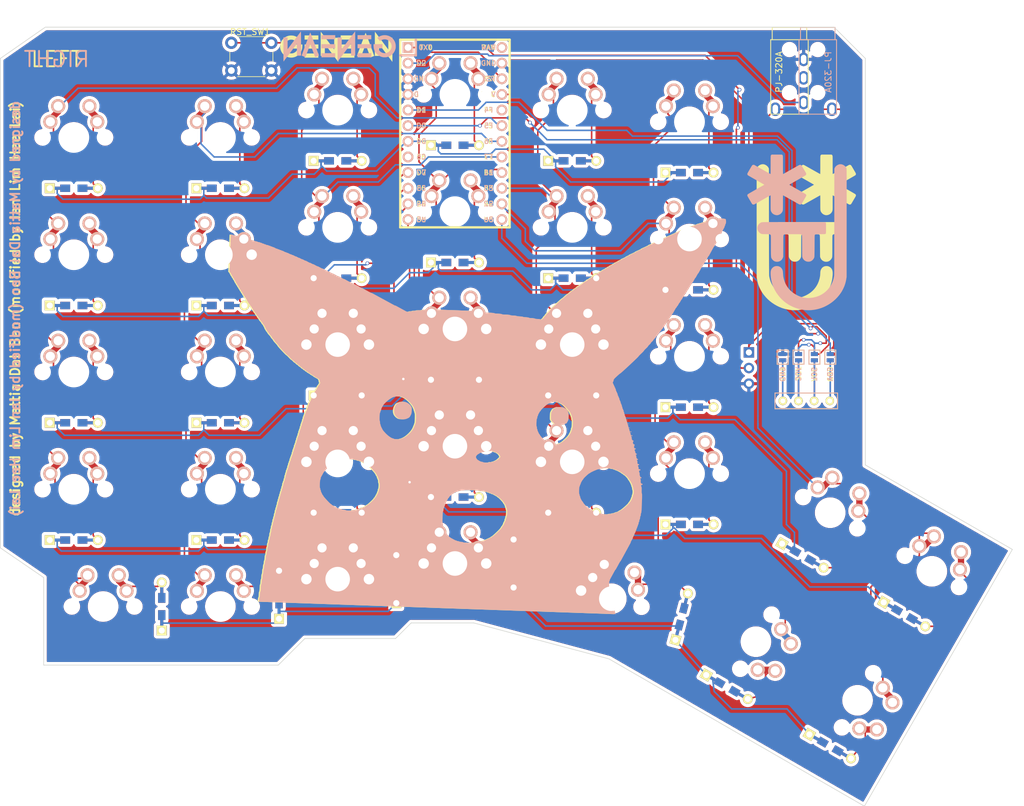
<source format=kicad_pcb>
(kicad_pcb (version 20211014) (generator pcbnew)
  (title_block (title "Redox keyboard PCB") (date "2018-05-05") (rev "1.0") (comment 1 "designed by Mattia Dal Ben (aka u/TiaMaT102)") (comment 2 "https://github.com/mattdibi/redox-keyboard"))
  (layers (0 "F.Cu" signal) (31 "B.Cu" signal) (34 "B.Paste" user) (35 "F.Paste" user) (36 "B.SilkS" user "B.Silkscreen") (37 "F.SilkS" user "F.Silkscreen") (38 "B.Mask" user) (39 "F.Mask" user) (44 "Edge.Cuts" user))
  (net 0 "")
  (net 1 "Net-(D0-Pad2)")
  (net 2 "row0")
  (net 3 "Net-(D1-Pad2)")
  (net 4 "Net-(D2-Pad2)")
  (net 5 "Net-(D3-Pad2)")
  (net 6 "Net-(D4-Pad2)")
  (net 7 "Net-(D5-Pad2)")
  (net 8 "Net-(D10-Pad2)")
  (net 9 "row1")
  (net 10 "Net-(D11-Pad2)")
  (net 11 "Net-(D12-Pad2)")
  (net 12 "Net-(D13-Pad2)")
  (net 13 "Net-(D14-Pad2)")
  (net 14 "Net-(D15-Pad2)")
  (net 15 "Net-(D20-Pad2)")
  (net 16 "row2")
  (net 17 "Net-(D21-Pad2)")
  (net 18 "Net-(D22-Pad2)")
  (net 19 "Net-(D23-Pad2)")
  (net 20 "Net-(D24-Pad2)")
  (net 21 "Net-(D25-Pad2)")
  (net 22 "Net-(D26-Pad2)")
  (net 23 "Net-(D30-Pad2)")
  (net 24 "row3")
  (net 25 "Net-(D31-Pad2)")
  (net 26 "Net-(D32-Pad2)")
  (net 27 "Net-(D33-Pad2)")
  (net 28 "Net-(D34-Pad2)")
  (net 29 "Net-(D35-Pad2)")
  (net 30 "Net-(D36-Pad2)")
  (net 31 "Net-(D40-Pad2)")
  (net 32 "row4")
  (net 33 "Net-(D41-Pad2)")
  (net 34 "Net-(D42-Pad2)")
  (net 35 "Net-(D43-Pad2)")
  (net 36 "Net-(D44-Pad2)")
  (net 37 "Net-(D45-Pad2)")
  (net 38 "Net-(D46-Pad2)")
  (net 39 "col0")
  (net 40 "col1")
  (net 41 "col2")
  (net 42 "col3")
  (net 43 "col4")
  (net 44 "col5")
  (net 45 "col6")
  (net 46 "VCC")
  (net 47 "SDA")
  (net 48 "SCL")
  (net 49 "rgb_data")
  (net 50 "GND")
  (net 51 "RST")
  (net 52 "Net-(U1-Pad8)")
  (net 53 "Net-(U1-Pad20)")
  (net 54 "Net-(U1-Pad24)")
  (net 55 "serial")
  (net 56 "Net-(TRRS1-Pad3)")
  (net 57 "Net-(J1-Pad1)")
  (net 58 "Net-(J1-Pad2)")
  (net 59 "Net-(J1-Pad3)")
  (net 60 "Net-(J1-Pad4)")
  (footprint "Keebio-Parts:Diode-dual" (layer "F.Cu") (at 113.03 74.93 180)
    (fp_text reference "D1" hide)
    (fp_text value "D" hide)
  )
  (footprint "Keebio-Parts:Diode-dual" (layer "F.Cu") (at 132.08 70.485 180)
    (fp_text reference "D2" hide)
    (fp_text value "D" hide)
  )
  (footprint "Keebio-Parts:Diode-dual" (layer "F.Cu") (at 151.13 67.945 180)
    (fp_text reference "D3" hide)
    (fp_text value "D" hide)
  )
  (footprint "Keebio-Parts:Diode-dual" (layer "F.Cu") (at 170.18 70.485 180)
    (fp_text reference "D4" hide)
    (fp_text value "D" hide)
  )
  (footprint "Keebio-Parts:Diode-dual" (layer "F.Cu") (at 189.23 72.39 180)
    (fp_text reference "D5" hide)
    (fp_text value "D" hide)
  )
  (footprint "Keebio-Parts:Diode-dual" (layer "F.Cu") (at 113.03 93.98 180)
    (fp_text reference "D11" hide)
    (fp_text value "D" hide)
  )
  (footprint "Keebio-Parts:Diode-dual" (layer "F.Cu") (at 132.08 89.535 180)
    (fp_text reference "D12" hide)
    (fp_text value "D" hide)
  )
  (footprint "Keebio-Parts:Diode-dual" (layer "F.Cu") (at 151.13 86.995 180)
    (fp_text reference "D13" hide)
    (fp_text value "D" hide)
  )
  (footprint "Keebio-Parts:Diode-dual" (layer "F.Cu") (at 170.18 89.535 180)
    (fp_text reference "D14" hide)
    (fp_text value "D" hide)
  )
  (footprint "Keebio-Parts:Diode-dual" (layer "F.Cu") (at 189.23 91.44 180)
    (fp_text reference "D15" hide)
    (fp_text value "D" hide)
  )
  (footprint "Keebio-Parts:Diode-dual" (layer "F.Cu") (at 113.03 113.03 180)
    (fp_text reference "D21" hide)
    (fp_text value "D" hide)
  )
  (footprint "Keebio-Parts:Diode-dual" (layer "F.Cu") (at 132.08 108.585 180)
    (fp_text reference "D22" hide)
    (fp_text value "D" hide)
  )
  (footprint "Keebio-Parts:Diode-dual" (layer "F.Cu") (at 151.13 106.045 180)
    (fp_text reference "D23" hide)
    (fp_text value "D" hide)
  )
  (footprint "Keebio-Parts:Diode-dual" (layer "F.Cu") (at 170.18 108.585 180)
    (fp_text reference "D24" hide)
    (fp_text value "D" hide)
  )
  (footprint "Keebio-Parts:Diode-dual" (layer "F.Cu") (at 189.23 110.49 180)
    (fp_text reference "D25" hide)
    (fp_text value "D" hide)
  )
  (footprint "Keebio-Parts:Diode-dual" (layer "F.Cu") (at 207.645 134.62 150)
    (fp_text reference "D26" hide)
    (fp_text value "D" hide)
  )
  (footprint "Keebio-Parts:Diode-dual" (layer "F.Cu") (at 113.03 132.08 180)
    (fp_text reference "D31" hide)
    (fp_text value "D" hide)
  )
  (footprint "Keebio-Parts:Diode-dual" (layer "F.Cu") (at 132.08 127.635 180)
    (fp_text reference "D32" hide)
    (fp_text value "D" hide)
  )
  (footprint "Keebio-Parts:Diode-dual" (layer "F.Cu") (at 151.13 125.095 180)
    (fp_text reference "D33" hide)
    (fp_text value "D" hide)
  )
  (footprint "Keebio-Parts:Diode-dual" (layer "F.Cu") (at 170.18 127.635 180)
    (fp_text reference "D34" hide)
    (fp_text value "D" hide)
  )
  (footprint "Keebio-Parts:Diode-dual" (layer "F.Cu") (at 189.23 129.54 180)
    (fp_text reference "D35" hide)
    (fp_text value "D" hide)
  )
  (footprint "Keebio-Parts:Diode-dual" (layer "F.Cu") (at 224.155 144.145 150)
    (fp_text reference "D36" hide)
    (fp_text value "D" hide)
  )
  (footprint "Keebio-Parts:Diode-dual" (layer "F.Cu") (at 103.505 142.875 -90)
    (fp_text reference "D40" hide)
    (fp_text value "D" hide)
  )
  (footprint "Keebio-Parts:Diode-dual" (layer "F.Cu") (at 122.555 140.97 -90)
    (fp_text reference "D41" hide)
    (fp_text value "D" hide)
  )
  (footprint "Keebio-Parts:Diode-dual" (layer "F.Cu") (at 141.605 138.43 -90)
    (fp_text reference "D42" hide)
    (fp_text value "D" hide)
  )
  (footprint "Keebio-Parts:Diode-dual" (layer "F.Cu") (at 160.655 135.89 -90)
    (fp_text reference "D43" hide)
    (fp_text value "D" hide)
  )
  (footprint "Keebio-Parts:Diode-dual" (layer "F.Cu") (at 187.96 144.526 -105)
    (fp_text reference "D44" hide)
    (fp_text value "D" hide)
  )
  (footprint "Keebio-Parts:Diode-dual" (layer "F.Cu") (at 195.326 155.956 150)
    (fp_text reference "D45" hide)
    (fp_text value "D" hide)
  )
  (footprint "Keebio-Parts:Diode-dual" (layer "F.Cu") (at 212.09 165.608 150)
    (fp_text reference "D46" hide)
    (fp_text value "D" hide)
  )
  (footprint "keyswitches:SW_MX_reversible" (layer "F.Cu") (at 113.03 66.675)
    (fp_text reference "K1" hide)
    (fp_text value "KEYSW" hide)
  )
  (footprint "keyswitches:SW_MX_reversible" (layer "F.Cu") (at 132.08 62.23)
    (fp_text reference "K2" hide)
    (fp_text value "KEYSW" hide)
  )
  (footprint "keyswitches:SW_MX_reversible" (layer "F.Cu") (at 151.13 59.69)
    (fp_text reference "K3" hide)
    (fp_text value "KEYSW" hide)
  )
  (footprint "keyswitches:SW_MX_reversible" (layer "F.Cu") (at 170.18 62.23)
    (fp_text reference "K4" hide)
    (fp_text value "KEYSW" hide)
  )
  (footprint "keyswitches:SW_MX_reversible" (layer "F.Cu") (at 189.23 64.135)
    (fp_text reference "K5" hide)
    (fp_text value "KEYSW" hide)
  )
  (footprint "keyswitches:SW_MX_reversible" (layer "F.Cu") (at 113.03 85.725)
    (fp_text reference "K11" hide)
    (fp_text value "KEYSW" hide)
  )
  (footprint "keyswitches:SW_MX_reversible" (layer "F.Cu") (at 151.13 78.74)
    (fp_text reference "K13" hide)
    (fp_text value "KEYSW" hide)
  )
  (footprint "keyswitches:SW_MX_reversible" (layer "F.Cu") (at 170.18 81.28)
    (fp_text reference "K14" hide)
    (fp_text value "KEYSW" hide)
  )
  (footprint "keyswitches:SW_MX_reversible" (layer "F.Cu") (at 189.23 83.185)
    (fp_text reference "K15" hide)
    (fp_text value "KEYSW" hide)
  )
  (footprint "keyswitches:SW_MX_reversible" (layer "F.Cu") (at 113.03 104.775)
    (fp_text reference "K21" hide)
    (fp_text value "KEYSW" hide)
  )
  (footprint "keyswitches:SW_MX_reversible" (layer "F.Cu") (at 132.08 100.33)
    (fp_text reference "K22" hide)
    (fp_text value "KEYSW" hide)
  )
  (footprint "keyswitches:SW_MX_reversible" (layer "F.Cu") (at 151.13 97.79)
    (fp_text reference "K23" hide)
    (fp_text value "KEYSW" hide)
  )
  (footprint "keyswitches:SW_MX_reversible" (layer "F.Cu") (at 170.18 100.33)
    (fp_text reference "K24" hide)
    (fp_text value "KEYSW" hide)
  )
  (footprint "keyswitches:SW_MX_reversible" (layer "F.Cu") (at 189.23 102.235)
    (fp_text reference "K25" hide)
    (fp_text value "KEYSW" hide)
  )
  (footprint "keyswitches:SW_MX_reversible" (layer "F.Cu") (at 212.09 127.635 -30)
    (fp_text reference "K26" hide)
    (fp_text value "KEYSW" hide)
  )
  (footprint "keyswitches:SW_MX_reversible" (layer "F.Cu") (at 113.03 123.825)
    (fp_text reference "K31" hide)
    (fp_text value "KEYSW" hide)
  )
  (footprint "keyswitches:SW_MX_reversible" (layer "F.Cu") (at 132.08 119.38)
    (fp_text reference "K32" hide)
    (fp_text value "KEYSW" hide)
  )
  (footprint "keyswitches:SW_MX_reversible" (layer "F.Cu") (at 151.13 116.84)
    (fp_text reference "K33" hide)
    (fp_text value "KEYSW" hide)
  )
  (footprint "keyswitches:SW_MX_reversible" (layer "F.Cu") (at 170.18 119.38)
    (fp_text reference "K34" hide)
    (fp_text value "KEYSW" hide)
  )
  (footprint "keyswitches:SW_MX_reversible" (layer "F.Cu") (at 189.23 121.285)
    (fp_text reference "K35" hide)
    (fp_text value "KEYSW" hide)
  )
  (footprint "keyswitches:SW_MX_reversible" (layer "F.Cu") (at 228.6 137.16 -30)
    (fp_text reference "K36" hide)
    (fp_text value "KEYSW" hide)
  )
  (footprint "keyswitches:SW_MX_reversible" (layer "F.Cu") (at 93.98 142.875)
    (fp_text reference "K40" hide)
    (fp_text value "KEYSW" hide)
  )
  (footprint "keyswitches:SW_MX_reversible" (layer "F.Cu") (at 113.03 142.875)
    (fp_text reference "K41" hide)
    (fp_text value "KEYSW" hide)
  )
  (footprint "keyswitches:SW_MX_reversible" (layer "F.Cu") (at 132.08 138.43)
    (fp_text reference "K42" hide)
    (fp_text value "KEYSW" hide)
  )
  (footprint "keyswitches:SW_MX_reversible" (layer "F.Cu") (at 151.13 135.89)
    (fp_text reference "K43" hide)
    (fp_text value "KEYSW" hide)
  )
  (footprint "keyswitches:SW_MX_reversible" (layer "F.Cu") (at 176.53 141.605 -15)
    (fp_text reference "K44" hide)
    (fp_text value "KEYSW" hide)
  )
  (footprint "keyswitches:SW_MX_reversible" (layer "F.Cu") (at 200.025 148.59 -120)
    (fp_text reference "K45" hide)
    (fp_text value "KEYSW" hide)
  )
  (footprint "keyswitches:SW_MX_reversible" (layer "F.Cu") (at 216.535 158.115 -120)
    (fp_text reference "K46" hide)
    (fp_text value "KEYSW" hide)
  )
  (footprint "Pin_Headers:Pin_Header_Straight_1x03_Pitch2.54mm" (layer "F.Cu") (at 198.882 101.6)
    (fp_text reference "RGB_STRIP1" hide)
    (fp_text value "Conn_01x03")
  )
  (footprint "Buttons_Switches_ThroughHole:SW_PUSH_6mm_h4.3mm" (layer "F.Cu") (at 114.808 51.308)
    (fp_text reference "RST_SW1")
    (fp_text value "SW_PUSH")
  )
  (footprint "Keebio-Parts:TRRS-PJ-320A-dual" (layer "F.Cu") (at 207.772 50.8)
    (fp_text reference "TRRS1")
    (fp_text value "Audio-Jack-4")
  )
  (footprint "Keebio-Parts:ArduinoProMicro" (layer "F.Cu") (at 151.13 66.04 -90)
    (fp_text reference "U1" hide)
    (fp_text value "ProMicro" hide)
  )
  (footprint "Lily58_Pro-footprint:Jumper" (layer "F.Cu") (at 206.95 102.375 90)
    (fp_text reference "JP2" hide)
    (fp_text value "SCL")
  )
  (footprint "Lily58_Pro-footprint:Jumper" (layer "F.Cu") (at 212.1 102.375 90)
    (fp_text reference "JP4" hide)
    (fp_text value "GND")
  )
  (footprint "Lily58_Pro-footprint:Jumper" (layer "F.Cu") (at 204.375 102.375 90)
    (fp_text reference "JP1" hide)
    (fp_text value "SDA")
  )
  (footprint "Lily58_Pro-footprint:Jumper" (layer "F.Cu") (at 209.525 102.375 90)
    (fp_text reference "JP3" hide)
    (fp_text value "VCC")
  )
  (footprint "keyswitches:pika_reflected" (layer "F.Cu") (at 159.578 103.632 -2)
    (fp_text reference "G***" hide)
    (fp_text value "LOGO" hide)
  )
  (footprint "keyswitches:SW_MX_reversible" (layer "F.Cu") (at 132.08 81.28)
    (fp_text reference "K12" hide)
    (fp_text value "KEYSW" hide)
  )
  (footprint "keyswitches:SW_MX_reversible" (layer "F.Cu") (at 89.215 123.825)
    (fp_text reference "K30" hide)
    (fp_text value "KEYSW" hide)
  )
  (footprint "keyswitches:SW_MX_reversible" (layer "F.Cu") (at 89.215 85.725)
    (fp_text reference "K10" hide)
    (fp_text value "KEYSW" hide)
  )
  (footprint "keyswitches:SW_MX_reversible" (layer "F.Cu") (at 89.215 104.775)
    (fp_text reference "K20" hide)
    (fp_text value "KEYSW" hide)
  )
  (footprint "keyswitches:SW_MX_reversible" (layer "F.Cu") (at 89.215 66.675)
    (fp_text reference "K0" hide)
    (fp_text value "KEYSW" hide)
  )
  (footprint "Keebio-Parts:Diode-dual" (layer "F.Cu") (at 89.215 93.98 180)
    (fp_text reference "D10" hide)
    (fp_text value "D" hide)
  )
  (footprint "Keebio-Parts:Diode-dual" (layer "F.Cu") (at 89.215 74.93 180)
    (fp_text reference "D0" hide)
    (fp_text value "D" hide)
  )
  (footprint "Keebio-Parts:Diode-dual" (layer "F.Cu") (at 89.215 132.08 180)
    (fp_text reference "D30" hide)
    (fp_text value "D" hide)
  )
  (footprint "Keebio-Parts:Diode-dual" (layer "F.Cu") (at 89.215 113.03 180)
    (fp_text reference "D20" hide)
    (fp_text value "D" hide)
  )
  (footprint "Lily58_Pro-footprint:OLED_4Pin" (layer "F.Cu") (at 204.4 109.475)
    (fp_text reference "J1" hide)
    (fp_text value "OLED-Lily58-cache" hide)
  )
  (footprint "keyswitches:school_logo" (layer "F.Cu") (at 208.2 82.1)
    (fp_text reference "G***" hide)
    (fp_text value "LOGO" hide)
  )
  (footprint "redox_footprints:genean-logo-fp" (layer "F.Cu") (at 131.85 51.95)
    (fp_text reference "G***" hide)
    (fp_text value "LOGO" hide)
  )
  (footprint "Lily58_Pro-footprint:Jumper" (layer "B.Cu") (at 206.95 102.375 90)
    (fp_text reference "JP6" hide)
    (fp_text value "VCC")
  )
  (footprint "Lily58_Pro-footprint:Jumper" (layer "B.Cu") (at 209.525 102.375 90)
    (fp_text reference "JP7" hide)
    (fp_text value "SCL")
  )
  (footprint "Lily58_Pro-footprint:Jumper" (layer "B.Cu") (at 212.1 102.375 90)
    (fp_text reference "JP8" hide)
    (fp_text value "SDA")
  )
  (footprint "Lily58_Pro-footprint:Jumper" (layer "B.Cu") (at 204.375 102.375 90)
    (fp_text reference "JP5" hide)
    (fp_text value "GND")
  )
  (footprint "keyswitches:pika" (layer "B.Cu") (at 159.832 103.632 178)
    (fp_text reference "G***" hide)
    (fp_text value "LOGO" hide)
  )
  (footprint "keyswitches:school_logo" (layer "B.Cu") (at 206.7 82.1 180)
    (fp_text reference "G***" hide)
    (fp_text value "LOGO" hide)
  )
  (footprint "redox_footprints:genean-logo-fp" (layer "B.Cu") (at 132.4 51.9 180)
    (fp_text reference "G***" hide)
    (fp_text value "LOGO" hide)
  )
  (gr_line (start 77.277 57.15) (end 77.277 133.35) (layer "Edge.Cuts") (width 0.1))
  (gr_line (start 77.277 53.848) (end 77.277 57.15) (layer "Edge.Cuts") (width 0.1))
  (gr_line (start 84.328 138.176) (end 77.277 133.35) (layer "Edge.Cuts") (width 0.1))
  (gr_line (start 77.277 53.848) (end 84.582 48.768) (layer "Edge.Cuts") (width 0.1))
  (gr_line (start 217.805 119.888) (end 241.681 133.604) (layer "Edge.Cuts") (width 0.1))
  (gr_line (start 217.805 64.008) (end 217.805 119.888) (layer "Edge.Cuts") (width 0.1))
  (gr_line (start 217.678 175.26) (end 241.681 133.604) (layer "Edge.Cuts") (width 0.1))
  (gr_line (start 176.149 151.384) (end 154.178 145.542) (layer "Edge.Cuts") (width 0.1))
  (gr_line (start 217.805 53.848) (end 212.725 48.768) (layer "Edge.Cuts") (width 0.1))
  (gr_line (start 154.178 145.542) (end 144.018 145.542) (layer "Edge.Cuts") (width 0.1))
  (gr_line (start 212.725 48.768) (end 84.582 48.768) (layer "Edge.Cuts") (width 0.1))
  (gr_line (start 217.805 53.848) (end 217.805 64.008) (layer "Edge.Cuts") (width 0.1))
  (gr_line (start 122.428 152.4) (end 126.746 148.082) (layer "Edge.Cuts") (width 0.1))
  (gr_line (start 141.478 148.082) (end 144.018 145.542) (layer "Edge.Cuts") (width 0.1))
  (gr_line (start 84.328 138.176) (end 84.328 152.4) (layer "Edge.Cuts") (width 0.1))
  (gr_line (start 126.746 148.082) (end 141.478 148.082) (layer "Edge.Cuts") (width 0.1))
  (gr_line (start 217.551 175.26) (end 217.678 175.26) (layer "Edge.Cuts") (width 0.1))
  (gr_line (start 84.328 152.4) (end 122.428 152.4) (layer "Edge.Cuts") (width 0.1))
  (gr_line (start 217.551 175.26) (end 176.149 151.384) (layer "Edge.Cuts") (width 0.1))
  (gr_text "designed by Mattia Dal Ben (modified by Ian Lim Hee Lai)\n" (at 79.69 94.488 90) (layer "B.SilkS") (effects (font (size 1.5 1.5) (thickness 0.3)) (justify mirror)))
  (gr_text "RIGHT" (at 86.425 53.975) (layer "B.SilkS") (effects (font (size 2.5 2.5) (thickness 0.3)) (justify mirror)))
  (gr_text "LEFT" (at 86.425 53.975) (layer "F.SilkS") (effects (font (size 2.5 2.5) (thickness 0.3))))
  (gr_text "designed by Mattia Dal Ben (modified by Ian Lim Hee Lai)\n" (at 79.69 94.488 90) (layer "F.SilkS") (effects (font (size 1.5 1.5) (thickness 0.3))))
  (segment (start 91.755 61.595) (end 91.755 62.23) (width 1.016) (layer "F.Cu") (net 1))
  (segment (start 91.755 62.23) (end 93.025 63.5) (width 1.016) (layer "F.Cu") (net 1))
  (segment (start 92.37 74.185) (end 93.115 74.93) (width 0.254) (layer "F.Cu") (net 1))
  (segment (start 92.37 63.405) (end 92.37 74.185) (width 0.254) (layer "F.Cu") (net 1))
  (segment (start 93.025 63.5) (end 93.025 64.135) (width 1.016) (layer "F.Cu") (net 1))
  (segment (start 110.33 76.106) (end 110.744 76.52) (width 0.254) (layer "B.Cu") (net 2))
  (segment (start 110.744 76.52) (end 120.838 76.52) (width 0.254) (layer "B.Cu") (net 2))
  (segment (start 120.838 76.52) (end 124.714 72.644) (width 0.254) (layer "B.Cu") (net 2))
  (segment (start 124.714 72.644) (end 128.27 72.644) (width 0.254) (layer "B.Cu") (net 2))
  (segment (start 128.27 72.644) (end 129.38 71.534) (width 0.254) (layer "B.Cu") (net 2))
  (segment (start 129.38 71.534) (end 129.38 70.485) (width 0.254) (layer "B.Cu") (net 2))
  (segment (start 129.38 71.214) (end 130.302 72.136) (width 0.254) (layer "B.Cu") (net 2))
  (segment (start 130.302 72.136) (end 138.43 72.136) (width 0.254) (layer "B.Cu") (net 2))
  (segment (start 138.43 72.136) (end 143.256 67.31) (width 0.254) (layer "B.Cu") (net 2))
  (segment (start 143.256 67.31) (end 143.51 67.31) (width 0.254) (layer "B.Cu") (net 2))
  (segment (start 147.795 67.31) (end 148.43 67.945) (width 0.254) (layer "B.Cu") (net 2))
  (segment (start 148.43 68.928) (end 148.844 69.342) (width 0.254) (layer "B.Cu") (net 2))
  (segment (start 148.844 69.342) (end 156.972 69.342) (width 0.254) (layer "B.Cu") (net 2))
  (segment (start 156.972 69.342) (end 157.734 68.58) (width 0.254) (layer "B.Cu") (net 2))
  (segment (start 157.734 68.58) (end 165.575 68.58) (width 0.254) (layer "B.Cu") (net 2))
  (segment (start 165.575 68.58) (end 167.48 70.485) (width 0.254) (layer "B.Cu") (net 2))
  (segment (start 167.48 71.468) (end 169.926 73.914) (width 0.254) (layer "B.Cu") (net 2))
  (segment (start 169.926 73.914) (end 185.006 73.914) (width 0.254) (layer "B.Cu") (net 2))
  (segment (start 185.006 73.914) (end 186.53 72.39) (width 0.254) (layer "B.Cu") (net 2))
  (segment (start 86.515 74.93) (end 86.515 75.786) (width 0.254) (layer "B.Cu") (net 2))
  (segment (start 86.515 75.786) (end 87.437 76.708) (width 0.254) (layer "B.Cu") (net 2))
  (segment (start 129.38 70.485) (end 129.38 71.214) (width 0.254) (layer "B.Cu") (net 2))
  (segment (start 143.51 67.31) (end 147.795 67.31) (width 0.254) (layer "B.Cu") (net 2))
  (segment (start 148.43 67.945) (end 148.43 68.928) (width 0.254) (layer "B.Cu") (net 2))
  (segment (start 110.33 74.93) (end 110.33 76.106) (width 0.254) (layer "B.Cu") (net 2))
  (segment (start 87.437 76.708) (end 109.728 76.708) (width 0.254) (layer "B.Cu") (net 2))
  (segment (start 109.728 76.708) (end 110.33 76.106) (width 0.254) (layer "B.Cu") (net 2))
  (segment (start 167.48 70.485) (end 167.48 71.468) (width 0.254) (layer "B.Cu") (net 2))
  (segment (start 116.185 74.185) (end 116.93 74.93) (width 0.254) (layer "F.Cu") (net 3))
  (segment (start 116.84 63.246) (end 116.84 64.135) (width 1.016) (layer "F.Cu") (net 3))
  (segment (start 115.57 61.595) (end 115.57 61.976) (width 1.016) (layer "F.Cu") (net 3))
  (segment (start 116.185 63.405) (end 116.185 74.185) (width 0.254) (layer "F.Cu") (net 3))
  (segment (start 115.57 61.976) (end 116.84 63.246) (width 1.016) (layer "F.Cu") (net 3))
  (segment (start 135.235 69.74) (end 135.98 70.485) (width 0.254) (layer "F.Cu") (net 4))
  (segment (start 135.89 58.928) (end 135.89 59.69) (width 1.016) (layer "F.Cu") (net 4))
  (segment (start 135.235 58.96) (end 135.235 69.74) (width 0.254) (layer "F.Cu") (net 4))
  (segment (start 134.62 57.15) (end 134.62 57.658) (width 1.016) (layer "F.Cu") (net 4))
  (segment (start 134.62 57.658) (end 135.89 58.928) (width 1.016) (layer "F.Cu") (net 4))
  (segment (start 154.285 67.2) (end 155.03 67.945) (width 0.254) (layer "F.Cu") (net 5))
  (segment (start 154.285 56.42) (end 154.285 67.2) (width 0.254) (layer "F.Cu") (net 5))
  (segment (start 153.67 54.61) (end 153.67 55.118) (width 1.016) (layer "F.Cu") (net 5))
  (segment (start 153.67 55.118) (end 154.94 56.388) (width 1.016) (layer "F.Cu") (net 5))
  (segment (start 154.94 56.388) (end 154.94 57.15) (width 1.016) (layer "F.Cu") (net 5))
  (segment (start 173.335 69.74) (end 174.08 70.485) (width 0.254) (layer "F.Cu") (net 6))
  (segment (start 173.99 58.928) (end 173.99 59.69) (width 1.016) (layer "F.Cu") (net 6))
  (segment (start 172.72 57.658) (end 173.99 58.928) (width 1.016) (layer "F.Cu") (net 6))
  (segment (start 172.72 57.15) (end 172.72 57.658) (width 1.016) (layer "F.Cu") (net 6))
  (segment (start 173.335 58.96) (end 173.335 69.74) (width 0.254) (layer "F.Cu") (net 6))
  (segment (start 192.385 71.645) (end 193.13 72.39) (width 0.254) (layer "F.Cu") (net 7))
  (segment (start 193.04 60.96) (end 193.04 61.595) (width 1.016) (layer "F.Cu") (net 7))
  (segment (start 191.77 59.055) (end 191.77 59.69) (width 1.016) (layer "F.Cu") (net 7))
  (segment (start 191.77 59.69) (end 193.04 60.96) (width 1.016) (layer "F.Cu") (net 7))
  (segment (start 192.385 60.865) (end 192.385 71.645) (width 0.254) (layer "F.Cu") (net 7))
  (segment (start 91.755 81.28) (end 91.755 80.645) (width 1.016) (layer "F.Cu") (net 8))
  (segment (start 93.025 83.185) (end 93.025 82.55) (width 1.016) (layer "F.Cu") (net 8))
  (segment (start 93.025 82.55) (end 91.755 81.28) (width 1.016) (layer "F.Cu") (net 8))
  (segment (start 93.025 83.185) (end 93.025 82.804) (width 1.016) (layer "F.Cu") (net 8))
  (segment (start 92.37 93.235) (end 93.115 93.98) (width 0.254) (layer "F.Cu") (net 8))
  (segment (start 92.37 82.455) (end 92.37 93.235) (width 0.254) (layer "F.Cu") (net 8))
  (segment (start 143.002 72.39) (end 140.462 74.93) (width 0.254) (layer "F.Cu") (net 9))
  (segment (start 140.462 74.93) (end 140.462 84.836) (width 0.254) (layer "F.Cu") (net 9))
  (segment (start 140.462 84.836) (end 138.176 87.122) (width 0.254) (layer "F.Cu") (net 9))
  (segment (start 138.176 87.122) (end 136.906 87.122) (width 0.254) (layer "F.Cu") (net 9))
  (segment (start 143.51 72.39) (end 143.002 72.39) (width 0.254) (layer "F.Cu") (net 9))
  (via (at 136.906 87.122) (size 0.6) (drill 0.4) (layers "F.Cu" "B.Cu") (net 9))
  (segment (start 110.33 94.902) (end 110.998 95.57) (width 0.254) (layer "B.Cu") (net 9))
  (segment (start 110.998 95.57) (end 120.838 95.57) (width 0.254) (layer "B.Cu") (net 9))
  (segment (start 120.838 95.57) (end 124.206 92.202) (width 0.254) (layer "B.Cu") (net 9))
  (segment (start 124.206 92.202) (end 126.713 92.202) (width 0.254) (layer "B.Cu") (net 9))
  (segment (start 126.713 92.202) (end 129.38 89.535) (width 0.254) (layer "B.Cu") (net 9))
  (segment (start 129.38 90.518) (end 130.048 91.186) (width 0.254) (layer "B.Cu") (net 9))
  (segment (start 130.048 91.186) (end 141.224 91.186) (width 0.254) (layer "B.Cu") (net 9))
  (segment (start 141.224 91.186) (end 143.764 88.646) (width 0.254) (layer "B.Cu") (net 9))
  (segment (start 143.764 88.646) (end 146.779 88.646) (width 0.254) (layer "B.Cu") (net 9))
  (segment (start 146.779 88.646) (end 148.43 86.995) (width 0.254) (layer "B.Cu") (net 9))
  (segment (start 148.43 87.978) (end 148.844 88.392) (width 0.254) (layer "B.Cu") (net 9))
  (segment (start 148.844 88.392) (end 160.528 88.392) (width 0.254) (layer "B.Cu") (net 9))
  (segment (start 160.528 88.392) (end 163.576 91.44) (width 0.254) (layer "B.Cu") (net 9))
  (segment (start 163.576 91.44) (end 166.624 91.44) (width 0.254) (layer "B.Cu") (net 9))
  (segment (start 166.624 91.44) (end 167.48 90.584) (width 0.254) (layer "B.Cu") (net 9))
  (segment (start 167.48 90.584) (end 167.48 89.535) (width 0.254) (layer "B.Cu") (net 9))
  (segment (start 167.48 90.264) (end 168.656 91.44) (width 0.254) (layer "B.Cu") (net 9))
  (segment (start 168.656 91.44) (end 181.864 91.44) (width 0.254) (layer "B.Cu") (net 9))
  (segment (start 181.864 91.44) (end 184.15 93.726) (width 0.254) (layer "B.Cu") (net 9))
  (segment (start 184.15 93.726) (end 185.674 93.726) (width 0.254) (layer "B.Cu") (net 9))
  (segment (start 185.674 93.726) (end 186.53 92.87) (width 0.254) (layer "B.Cu") (net 9))
  (segment (start 186.53 92.87) (end 186.53 91.44) (width 0.254) (layer "B.Cu") (net 9))
  (segment (start 136.906 87.122) (end 136.652 87.376) (width 0.254) (layer "B.Cu") (net 9))
  (segment (start 136.652 87.376) (end 131.539 87.376) (width 0.254) (layer "B.Cu") (net 9))
  (segment (start 131.539 87.376) (end 129.38 89.535) (width 0.254) (layer "B.Cu") (net 9))
  (segment (start 167.48 89.535) (end 167.48 90.264) (width 0.254) (layer "B.Cu") (net 9))
  (segment (start 86.515 93.98) (end 86.515 94.836) (width 0.254) (layer "B.Cu") (net 9))
  (segment (start 109.474 95.758) (end 110.33 94.902) (width 0.254) (layer "B.Cu") (net 9))
  (segment (start 186.53 91.44) (end 186.53 92.616) (width 0.254) (layer "B.Cu") (net 9))
  (segment (start 86.515 94.836) (end 87.437 95.758) (width 0.254) (layer "B.Cu") (net 9))
  (segment (start 110.33 93.98) (end 110.33 94.902) (width 0.254) (layer "B.Cu") (net 9))
  (segment (start 87.437 95.758) (end 109.474 95.758) (width 0.254) (layer "B.Cu") (net 9))
  (segment (start 148.43 86.995) (end 148.43 87.978) (width 0.254) (layer "B.Cu") (net 9))
  (segment (start 129.38 89.535) (end 129.38 90.518) (width 0.254) (layer "B.Cu") (net 9))
  (segment (start 116.185 93.235) (end 116.93 93.98) (width 0.254) (layer "F.Cu") (net 10))
  (segment (start 115.57 81.28) (end 116.84 82.55) (width 1.016) (layer "F.Cu") (net 10))
  (segment (start 116.84 82.55) (end 116.84 83.185) (width 1.016) (layer "F.Cu") (net 10))
  (segment (start 116.185 82.455) (end 116.185 93.235) (width 0.254) (layer "F.Cu") (net 10))
  (segment (start 115.57 80.645) (end 115.57 81.28) (width 1.016) (layer "F.Cu") (net 10))
  (segment (start 115.57 81.026) (end 115.57 81.28) (width 1.016) (layer "F.Cu") (net 10))
  (segment (start 115.57 80.645) (end 115.57 81.026) (width 1.016) (layer "F.Cu") (net 10))
  (segment (start 115.57 81.28) (end 116.84 82.55) (width 1.016) (layer "B.Cu") (net 10))
  (segment (start 115.57 80.645) (end 115.57 81.28) (width 1.016) (layer "B.Cu") (net 10))
  (segment (start 116.84 82.55) (end 116.84 83.185) (width 1.016) (layer "B.Cu") (net 10))
  (segment (start 135.235 88.79) (end 135.98 89.535) (width 0.254) (layer "F.Cu") (net 11))
  (segment (start 135.235 78.01) (end 135.235 88.79) (width 0.254) (layer "F.Cu") (net 11))
  (segment (start 134.62 76.2) (end 134.62 76.708) (width 1.016) (layer "F.Cu") (net 11))
  (segment (start 134.62 76.708) (end 135.89 77.978) (width 1.016) (layer "F.Cu") (net 11))
  (segment (start 135.89 77.978) (end 135.89 78.74) (width 1.016) (layer "F.Cu") (net 11))
  (segment (start 154.285 86.25) (end 155.03 86.995) (width 0.254) (layer "F.Cu") (net 12))
  (segment (start 154.94 75.438) (end 154.94 76.2) (width 1.016) (layer "F.Cu") (net 12))
  (segment (start 153.67 73.66) (end 153.67 74.168) (width 1.016) (layer "F.Cu") (net 12))
  (segment (start 153.67 74.168) (end 154.94 75.438) (width 1.016) (layer "F.Cu") (net 12))
  (segment (start 154.285 75.47) (end 154.285 86.25) (width 0.254) (layer "F.Cu") (net 12))
  (segment (start 173.335 88.79) (end 174.08 89.535) (width 0.254) (layer "F.Cu") (net 13))
  (segment (start 173.335 78.01) (end 173.335 88.79) (width 0.254) (layer "F.Cu") (net 13))
  (segment (start 173.99 77.978) (end 173.99 78.74) (width 1.016) (layer "F.Cu") (net 13))
  (segment (start 172.72 76.708) (end 173.99 77.978) (width 1.016) (layer "F.Cu") (net 13))
  (segment (start 172.72 76.2) (end 172.72 76.708) (width 1.016) (layer "F.Cu") (net 13))
  (segment (start 172.72 76.454) (end 172.72 76.2) (width 1.016) (layer "F.Cu") (net 13))
  (segment (start 192.385 90.695) (end 193.13 91.44) (width 0.254) (layer "F.Cu") (net 14))
  (segment (start 191.77 78.105) (end 191.77 78.74) (width 1.016) (layer "F.Cu") (net 14))
  (segment (start 193.04 80.01) (end 193.04 80.645) (width 1.016) (layer "F.Cu") (net 14))
  (segment (start 192.385 79.915) (end 192.385 90.695) (width 0.254) (layer "F.Cu") (net 14))
  (segment (start 191.77 78.74) (end 193.04 80.01) (width 1.016) (layer "F.Cu") (net 14))
  (segment (start 92.37 112.285) (end 93.115 113.03) (width 0.254) (layer "F.Cu") (net 15))
  (segment (start 93.025 101.6) (end 91.755 100.33) (width 1.016) (layer "F.Cu") (net 15))
  (segment (start 91.755 100.33) (end 91.755 99.695) (width 1.016) (layer "F.Cu") (net 15))
  (segment (start 93.025 102.235) (end 93.025 101.6) (width 1.016) (layer "F.Cu") (net 15))
  (segment (start 92.37 101.505) (end 92.37 112.285) (width 0.254) (layer "F.Cu") (net 15))
  (segment (start 93.025 102.235) (end 93.025 101.854) (width 1.016) (layer "F.Cu") (net 15))
  (segment (start 143.002 74.93) (end 141.224 76.708) (width 0.254) (layer "F.Cu") (net 16))
  (segment (start 141.224 76.708) (end 141.224 104.394) (width 0.254) (layer "F.Cu") (net 16))
  (segment (start 141.224 104.394) (end 142.748 105.918) (width 0.254) (layer "F.Cu") (net 16))
  (segment (start 143.51 74.93) (end 143.002 74.93) (width 0.254) (layer "F.Cu") (net 16))
  (via (at 142.748 105.918) (size 0.6) (drill 0.4) (layers "F.Cu" "B.Cu") (net 16))
  (segment (start 110.33 114.206) (end 111.186 115.062) (width 0.254) (layer "B.Cu") (net 16))
  (segment (start 111.186 115.062) (end 119.38 115.062) (width 0.254) (layer "B.Cu") (net 16))
  (segment (start 119.38 115.062) (end 123.698 110.744) (width 0.254) (layer "B.Cu") (net 16))
  (segment (start 123.698 110.744) (end 128.27 110.744) (width 0.254) (layer "B.Cu") (net 16))
  (segment (start 128.27 110.744) (end 129.38 109.634) (width 0.254) (layer "B.Cu") (net 16))
  (segment (start 129.38 109.634) (end 130.048 110.302) (width 0.254) (layer "B.Cu") (net 16))
  (segment (start 130.048 110.302) (end 140.904 110.302) (width 0.254) (layer "B.Cu") (net 16))
  (segment (start 140.904 110.302) (end 143.256 107.95) (width 0.254) (layer "B.Cu") (net 16))
  (segment (start 143.256 107.95) (end 147.574 107.95) (width 0.254) (layer "B.Cu") (net 16))
  (segment (start 147.574 107.95) (end 148.43 107.094) (width 0.254) (layer "B.Cu") (net 16))
  (segment (start 148.43 107.094) (end 148.43 106.045) (width 0.254) (layer "B.Cu") (net 16))
  (segment (start 148.43 107.028) (end 149.606 108.204) (width 0.254) (layer "B.Cu") (net 16))
  (segment (start 149.606 108.204) (end 163.322 108.204) (width 0.254) (layer "B.Cu") (net 16))
  (segment (start 163.322 108.204) (end 165.1 109.982) (width 0.254) (layer "B.Cu") (net 16))
  (segment (start 165.1 109.982) (end 167.132 109.982) (width 0.254) (layer "B.Cu") (net 16))
  (segment (start 167.132 109.982) (end 167.48 109.634) (width 0.254) (layer "B.Cu") (net 16))
  (segment (start 167.48 109.634) (end 167.48 108.585) (width 0.254) (layer "B.Cu") (net 16))
  (segment (start 167.48 109.314) (end 170.434 112.268) (width 0.254) (layer "B.Cu") (net 16))
  (segment (start 170.434 112.268) (end 185.674 112.268) (width 0.254) (layer "B.Cu") (net 16))
  (segment (start 185.674 112.268) (end 186.53 111.412) (width 0.254) (layer "B.Cu") (net 16))
  (segment (start 186.53 111.412) (end 186.53 110.49) (width 0.254) (layer "B.Cu") (net 16))
  (segment (start 186.53 111.346) (end 187.706 112.522) (width 0.254) (layer "B.Cu") (net 16))
  (segment (start 187.706 112.522) (end 196.596 112.522) (width 0.254) (layer "B.Cu") (net 16))
  (segment (start 196.596 112.522) (end 204.978 120.904) (width 0.254) (layer "B.Cu") (net 16))
  (segment (start 204.978 120.904) (end 204.978 129.54) (width 0.254) (layer "B.Cu") (net 16))
  (segment (start 204.978 129.54) (end 206.28101 130.84301) (width 0.254) (layer "B.Cu") (net 16))
  (segment (start 206.28101 130.84301) (end 206.28101 133.8325) (width 0.254) (layer "B.Cu") (net 16))
  (segment (start 142.748 105.918) (end 142.875 106.045) (width 0.254) (layer "B.Cu") (net 16))
  (segment (start 142.875 106.045) (end 147.23 106.045) (width 0.254) (layer "B.Cu") (net 16))
  (segment (start 147.23 106.045) (end 148.43 106.045) (width 0.254) (layer "B.Cu") (net 16))
  (segment (start 148.43 106.045) (end 148.43 107.028) (width 0.254) (layer "B.Cu") (net 16))
  (segment (start 87.691 115.062) (end 109.474 115.062) (width 0.254) (layer "B.Cu") (net 16))
  (segment (start 129.38 108.585) (end 129.38 109.634) (width 0.254) (layer "B.Cu") (net 16))
  (segment (start 167.48 108.585) (end 167.48 109.314) (width 0.254) (layer "B.Cu") (net 16))
  (segment (start 109.474 115.062) (end 110.33 114.206) (width 0.254) (layer "B.Cu") (net 16))
  (segment (start 86.515 113.03) (end 86.515 113.886) (width 0.254) (layer "B.Cu") (net 16))
  (segment (start 86.515 113.886) (end 87.691 115.062) (width 0.254) (layer "B.Cu") (net 16))
  (segment (start 110.33 113.03) (end 110.33 114.206) (width 0.254) (layer "B.Cu") (net 16))
  (segment (start 186.53 110.49) (end 186.53 111.346) (width 0.254) (layer "B.Cu") (net 16))
  (segment (start 116.185 112.285) (end 116.93 113.03) (width 0.254) (layer "F.Cu") (net 17))
  (segment (start 116.84 102.235) (end 116.84 101.6) (width 1.016) (layer "F.Cu") (net 17))
  (segment (start 116.185 101.505) (end 116.185 112.285) (width 0.254) (layer "F.Cu") (net 17))
  (segment (start 116.84 101.6) (end 115.57 100.33) (width 1.016) (layer "F.Cu") (net 17))
  (segment (start 116.84 102.235) (end 116.84 101.854) (width 1.016) (layer "F.Cu") (net 17))
  (segment (start 115.57 100.33) (end 115.57 99.695) (width 1.016) (layer "F.Cu") (net 17))
  (segment (start 135.235 107.84) (end 135.98 108.585) (width 0.254) (layer "F.Cu") (net 18))
  (segment (start 135.89 97.282) (end 134.62 96.012) (width 1.016) (layer "F.Cu") (net 18))
  (segment (start 134.62 96.012) (end 134.62 95.25) (width 1.016) (layer "F.Cu") (net 18))
  (segment (start 135.89 97.79) (end 135.89 97.282) (width 1.016) (layer "F.Cu") (net 18))
  (segment (start 135.235 97.06) (end 135.235 107.84) (width 0.254) (layer "F.Cu") (net 18))
  (segment (start 154.285 105.3) (end 155.03 106.045) (width 0.254) (layer "F.Cu") (net 19))
  (segment (start 153.67 93.218) (end 154.94 94.488) (width 1.016) (layer "F.Cu") (net 19))
  (segment (start 154.94 94.488) (end 154.94 95.25) (width 1.016) (layer "F.Cu") (net 19))
  (segment (start 154.285 94.52) (end 154.285 105.3) (width 0.254) (layer "F.Cu") (net 19))
  (segment (start 153.67 92.71) (end 153.67 93.218) (width 1.016) (layer "F.Cu") (net 19))
  (segment (start 173.335 107.84) (end 174.08 108.585) (width 0.254) (layer "F.Cu") (net 20))
  (segment (start 172.72 95.25) (end 172.72 95.758) (width 1.016) (layer "F.Cu") (net 20))
  (segment (start 172.72 95.758) (end 173.99 97.028) (width 1.016) (layer "F.Cu") (net 20))
  (segment (start 173.99 97.028) (end 173.99 97.79) (width 1.016) (layer "F.Cu") (net 20))
  (segment (start 173.335 97.06) (end 173.335 107.84) (width 0.254) (layer "F.Cu") (net 20))
  (segment (start 192.385 109.745) (end 193.13 110.49) (width 0.254) (layer "F.Cu") (net 21))
  (segment (start 192.385 98.965) (end 192.385 109.745) (width 0.254) (layer "F.Cu") (net 21))
  (segment (start 193.04 99.06) (end 193.04 99.695) (width 1.016) (layer "F.Cu") (net 21))
  (segment (start 191.77 97.79) (end 193.04 99.06) (width 1.016) (layer "F.Cu") (net 21))
  (segment (start 191.77 97.155) (end 191.77 97.79) (width 1.016) (layer "F.Cu") (net 21))
  (segment (start 191.77 97.155) (end 191.77 97.536) (width 1.016) (layer "F.Cu") (net 21))
  (segment (start 216.45731 126.79531) (end 218.186 128.524) (width 0.254) (layer "F.Cu") (net 22))
  (segment (start 218.186 128.524) (end 218.186 132.334) (width 0.254) (layer "F.Cu") (net 22))
  (segment (start 218.186 132.334) (end 213.95 136.57) (width 0.254) (layer "F.Cu") (net 22))
  (segment (start 213.95 136.57) (end 211.022499 136.57) (width 0.254) (layer "F.Cu") (net 22))
  (segment (start 216.829705 127.170147) (end 216.659557 127.340295) (width 1.016) (layer "F.Cu") (net 22))
  (segment (start 216.829705 124.505591) (end 216.829705 127.170147) (width 1.016) (layer "F.Cu") (net 22))
  (segment (start 216.45731 126.380597) (end 216.45731 126.79531) (width 0.254) (layer "F.Cu") (net 22))
  (segment (start 92.37 120.555) (end 92.37 131.335) (width 0.254) (layer "F.Cu") (net 23))
  (segment (start 91.755 118.745) (end 91.755 119.38) (width 1.016) (layer "F.Cu") (net 23))
  (segment (start 93.025 120.65) (end 93.025 121.285) (width 1.016) (layer "F.Cu") (net 23))
  (segment (start 91.755 119.38) (end 93.025 120.65) (width 1.016) (layer "F.Cu") (net 23))
  (segment (start 92.37 131.335) (end 93.115 132.08) (width 0.254) (layer "F.Cu") (net 23))
  (segment (start 143.51 77.724) (end 141.986 79.248) (width 0.254) (layer "F.Cu") (net 24))
  (segment (start 141.986 79.248) (end 141.986 82.042) (width 0.254) (layer "F.Cu") (net 24))
  (segment (start 141.986 82.042) (end 143.764 83.82) (width 0.254) (layer "F.Cu") (net 24))
  (segment (start 143.764 83.82) (end 143.764 122.682) (width 0.254) (layer "F.Cu") (net 24))
  (segment (start 143.51 77.47) (end 143.51 77.724) (width 0.254) (layer "F.Cu") (net 24))
  (via (at 143.764 122.682) (size 0.6) (drill 0.4) (layers "F.Cu" "B.Cu") (net 24))
  (segment (start 148.43 125.824) (end 150.114 127.508) (width 0.254) (layer "B.Cu") (net 24))
  (segment (start 150.114 127.508) (end 160.782 127.508) (width 0.254) (layer "B.Cu") (net 24))
  (segment (start 160.782 127.508) (end 162.56 129.286) (width 0.254) (layer "B.Cu") (net 24))
  (segment (start 162.56 129.286) (end 166.878 129.286) (width 0.254) (layer "B.Cu") (net 24))
  (segment (start 166.878 129.286) (end 167.48 128.684) (width 0.254) (layer "B.Cu") (net 24))
  (segment (start 167.48 128.684) (end 167.48 127.635) (width 0.254) (layer "B.Cu") (net 24))
  (segment (start 167.48 128.618) (end 168.148 129.286) (width 0.254) (layer "B.Cu") (net 24))
  (segment (start 168.148 129.286) (end 178.308 129.286) (width 0.254) (layer "B.Cu") (net 24))
  (segment (start 178.308 129.286) (end 180.34 131.318) (width 0.254) (layer "B.Cu") (net 24))
  (segment (start 180.34 131.318) (end 185.42 131.318) (width 0.254) (layer "B.Cu") (net 24))
  (segment (start 185.42 131.318) (end 186.53 130.208) (width 0.254) (layer "B.Cu") (net 24))
  (segment (start 186.53 130.208) (end 186.53 129.54) (width 0.254) (layer "B.Cu") (net 24))
  (segment (start 186.53 129.888) (end 188.468 131.826) (width 0.254) (layer "B.Cu") (net 24))
  (segment (start 188.468 131.826) (end 200.914 131.826) (width 0.254) (layer "B.Cu") (net 24))
  (segment (start 200.914 131.826) (end 208.788 139.7) (width 0.254) (layer "B.Cu") (net 24))
  (segment (start 208.788 139.7) (end 218.282501 139.7) (width 0.254) (layer "B.Cu") (net 24))
  (segment (start 218.282501 139.7) (end 220.777501 142.195) (width 0.254) (layer "B.Cu") (net 24))
  (segment (start 220.777501 142.195) (end 221.816731 142.795) (width 0.254) (layer "B.Cu") (net 24))
  (segment (start 143.764 122.682) (end 146.177 125.095) (width 0.254) (layer "B.Cu") (net 24))
  (segment (start 146.177 125.095) (end 147.23 125.095) (width 0.254) (layer "B.Cu") (net 24))
  (segment (start 147.23 125.095) (end 148.43 125.095) (width 0.254) (layer "B.Cu") (net 24))
  (segment (start 148.43 125.89) (end 148.43 125.095) (width 0.254) (layer "B.Cu") (net 24))
  (segment (start 129.38 128.364) (end 130.556 129.54) (width 0.254) (layer "B.Cu") (net 24))
  (segment (start 110.33 133.002) (end 110.33 132.155) (width 0.254) (layer "B.Cu") (net 24))
  (segment (start 109.474 133.858) (end 110.33 133.002) (width 0.254) (layer "B.Cu") (net 24))
  (segment (start 86.515 132.08) (end 86.515 133.19) (width 0.254) (layer "B.Cu") (net 24))
  (segment (start 129.38 127.63) (end 129.375 127.625) (width 0.254) (layer "B.Cu") (net 24))
  (segment (start 139.954 129.54) (end 143.002 126.492) (width 0.254) (layer "B.Cu") (net 24))
  (segment (start 130.556 129.54) (end 139.954 129.54) (width 0.254) (layer "B.Cu") (net 24))
  (segment (start 148.43 125.095) (end 148.43 125.824) (width 0.254) (layer "B.Cu") (net 24))
  (segment (start 167.48 127.635) (end 167.48 128.618) (width 0.254) (layer "B.Cu") (net 24))
  (segment (start 110.33 132.155) (end 110.325 132.15) (width 0.254) (layer "B.Cu") (net 24))
  (segment (start 87.183 133.858) (end 109.474 133.858) (width 0.254) (layer "B.Cu") (net 24))
  (segment (start 129.38 128.43) (end 129.38 128.364) (width 0.254) (layer "B.Cu") (net 24))
  (segment (start 129.38 128.43) (end 129.38 127.63) (width 0.254) (layer "B.Cu") (net 24))
  (segment (start 143.002 126.492) (end 147.828 126.492) (width 0.254) (layer "B.Cu") (net 24))
  (segment (start 186.53 129.54) (end 186.53 129.888) (width 0.254) (layer "B.Cu") (net 24))
  (segment (start 128.27 129.54) (end 129.38 128.43) (width 0.254) (layer "B.Cu") (net 24))
  (segment (start 110.33 132.936) (end 110.998 133.604) (width 0.254) (layer "B.Cu") (net 24))
  (segment (start 110.33 133.002) (end 110.33 132.936) (width 0.254) (layer "B.Cu") (net 24))
  (segment (start 125.476 129.54) (end 128.27 129.54) (width 0.254) (layer "B.Cu") (net 24))
  (segment (start 86.515 133.19) (end 87.183 133.858) (width 0.254) (layer "B.Cu") (net 24))
  (segment (start 121.412 133.604) (end 125.476 129.54) (width 0.254) (layer "B.Cu") (net 24))
  (segment (start 110.998 133.604) (end 121.412 133.604) (width 0.254) (layer "B.Cu") (net 24))
  (segment (start 147.828 126.492) (end 148.43 125.89) (width 0.254) (layer "B.Cu") (net 24))
  (segment (start 116.185 131.335) (end 116.93 132.08) (width 0.254) (layer "F.Cu") (net 25))
  (segment (start 115.57 119.38) (end 116.84 120.65) (width 1.016) (layer "F.Cu") (net 25))
  (segment (start 115.57 118.745) (end 115.57 119.126) (width 1.016) (layer "F.Cu") (net 25))
  (segment (start 115.57 118.745) (end 115.57 119.38) (width 1.016) (layer "F.Cu") (net 25))
  (segment (start 116.185 120.555) (end 116.185 131.335) (width 0.254) (layer "F.Cu") (net 25))
  (segment (start 116.84 120.65) (end 116.84 121.285) (width 1.016) (layer "F.Cu") (net 25))
  (segment (start 135.235 126.89) (end 135.98 127.635) (width 0.254) (layer "F.Cu") (net 26))
  (segment (start 135.235 116.11) (end 135.235 126.89) (width 0.254) (layer "F.Cu") (net 26))
  (segment (start 134.62 115.062) (end 135.89 116.332) (width 1.016) (layer "F.Cu") (net 26))
  (segment (start 134.62 114.3) (end 134.62 115.062) (width 1.016) (layer "F.Cu") (net 26))
  (segment (start 135.89 116.332) (end 135.89 116.84) (width 1.016) (layer "F.Cu") (net 26))
  (segment (start 154.285 124.35) (end 155.03 125.095) (width 0.254) (layer "F.Cu") (net 27))
  (segment (start 153.67 111.76) (end 153.67 112.268) (width 1.016) (layer "F.Cu") (net 27))
  (segment (start 154.285 113.57) (end 154.285 124.35) (width 0.254) (layer "F.Cu") (net 27))
  (segment (start 153.67 112.268) (end 154.94 113.538) (width 1.016) (layer "F.Cu") (net 27))
  (segment (start 154.94 113.538) (end 154.94 114.3) (width 1.016) (layer "F.Cu") (net 27))
  (segment (start 173.335 126.89) (end 174.08 127.635) (width 0.254) (layer "F.Cu") (net 28))
  (segment (start 173.99 116.332) (end 172.72 115.062) (width 1.016) (layer "F.Cu") (net 28))
  (segment (start 173.335 116.11) (end 173.335 126.89) (width 0.254) (layer "F.Cu") (net 28))
  (segment (start 172.72 115.062) (end 172.72 114.3) (width 1.016) (layer "F.Cu") (net 28))
  (segment (start 173.99 116.84) (end 173.99 116.332) (width 1.016) (layer "F.Cu") (net 28))
  (segment (start 192.385 128.795) (end 193.13 129.54) (width 0.254) (layer "F.Cu") (net 29))
  (segment (start 191.77 116.84) (end 191.77 116.205) (width 1.016) (layer "F.Cu") (net 29))
  (segment (start 192.385 118.015) (end 192.385 128.795) (width 0.254) (layer "F.Cu") (net 29))
  (segment (start 193.04 118.11) (end 191.77 116.84) (width 1.016) (layer "F.Cu") (net 29))
  (segment (start 193.04 118.745) (end 193.04 118.11) (width 1.016) (layer "F.Cu") (net 29))
  (segment (start 232.96731 136.95531) (end 234.696 138.684) (width 0.254) (layer "F.Cu") (net 30))
  (segment (start 234.696 138.684) (end 234.696 140.97) (width 0.254) (layer "F.Cu") (net 30))
  (segment (start 234.696 140.97) (end 229.571 146.095) (width 0.254) (layer "F.Cu") (net 30))
  (segment (start 229.571 146.095) (end 227.532499 146.095) (width 0.254) (layer "F.Cu") (net 30))
  (segment (start 232.96731 135.905597) (end 232.96731 136.95531) (width 0.254) (layer "F.Cu") (net 30))
  (segment (start 233.339705 134.030591) (end 233.339705 136.695147) (width 1.016) (layer "F.Cu") (net 30))
  (segment (start 233.339705 136.695147) (end 233.169557 136.865295) (width 1.016) (layer "F.Cu") (net 30))
  (segment (start 102.875 139.605) (end 103.505 138.975) (width 0.254) (layer "F.Cu") (net 31))
  (segment (start 97.79 140.335) (end 97.79 139.954) (width 1.016) (layer "F.Cu") (net 31))
  (segment (start 97.135 139.605) (end 102.875 139.605) (width 0.254) (layer "F.Cu") (net 31))
  (segment (start 97.79 139.954) (end 96.52 138.684) (width 1.016) (layer "F.Cu") (net 31))
  (segment (start 96.52 138.684) (end 96.52 137.795) (width 1.016) (layer "F.Cu") (net 31))
  (segment (start 143.51 82.55) (end 144.526 83.566) (width 0.254) (layer "F.Cu") (net 32))
  (segment (start 144.526 83.566) (end 144.526 134.112) (width 0.254) (layer "F.Cu") (net 32))
  (segment (start 144.526 134.112) (end 143.256 135.382) (width 0.254) (layer "F.Cu") (net 32))
  (segment (start 143.256 135.382) (end 143.256 138.354) (width 0.254) (layer "F.Cu") (net 32))
  (segment (start 143.256 138.354) (end 141.605 140.005) (width 0.254) (layer "F.Cu") (net 32))
  (segment (start 143.51 80.01) (end 143.51 82.55) (width 0.254) (layer "F.Cu") (net 32))
  (segment (start 193.241731 156.665731) (end 196.088 159.512) (width 0.254) (layer "B.Cu") (net 32))
  (segment (start 196.088 159.512) (end 205.074501 159.512) (width 0.254) (layer "B.Cu") (net 32))
  (segment (start 205.074501 159.512) (end 208.712501 163.658) (width 0.254) (layer "B.Cu") (net 32))
  (segment (start 208.712501 163.658) (end 209.751731 164.258) (width 0.254) (layer "B.Cu") (net 32))
  (segment (start 121.85 145.575) (end 122.555 144.87) (width 0.254) (layer "B.Cu") (net 32))
  (segment (start 122.555 144.87) (end 122.555 143.67) (width 0.254) (layer "B.Cu") (net 32))
  (segment (start 140.265 143.67) (end 141.605 142.33) (width 0.254) (layer "B.Cu") (net 32))
  (segment (start 141.605 142.33) (end 141.605 141.13) (width 0.254) (layer "B.Cu") (net 32))
  (segment (start 159.315 141.13) (end 160.655 139.79) (width 0.254) (layer "B.Cu") (net 32))
  (segment (start 160.655 139.79) (end 160.655 138.59) (width 0.254) (layer "B.Cu") (net 32))
  (segment (start 186.950606 148.293111) (end 187.261189 147.134) (width 0.254) (layer "B.Cu") (net 32))
  (segment (start 160.655 140.843) (end 165.859333 146.047333) (width 0.254) (layer "B.Cu") (net 32))
  (segment (start 165.859333 146.047333) (end 187.55236 146.047333) (width 0.254) (layer "B.Cu") (net 32))
  (segment (start 187.261189 148.683688) (end 191.948501 154.006) (width 0.254) (layer "B.Cu") (net 32))
  (segment (start 191.948501 154.006) (end 192.987731 154.606) (width 0.254) (layer "B.Cu") (net 32))
  (segment (start 192.987731 154.606) (end 193.241731 156.665731) (width 0.254) (layer "B.Cu") (net 32))
  (segment (start 122.555 143.67) (end 140.265 143.67) (width 0.254) (layer "B.Cu") (net 32))
  (segment (start 141.605 141.13) (end 159.315 141.13) (width 0.254) (layer "B.Cu") (net 32))
  (segment (start 187.261189 147.134) (end 187.261189 148.683688) (width 0.254) (layer "B.Cu") (net 32))
  (segment (start 187.261189 147.134) (end 187.139 147.134) (width 0.254) (layer "B.Cu") (net 32))
  (segment (start 103.505 145.575) (end 121.85 145.575) (width 0.254) (layer "B.Cu") (net 32))
  (segment (start 160.655 138.59) (end 160.655 140.843) (width 0.254) (layer "B.Cu") (net 32))
  (segment (start 120.02 139.605) (end 122.555 137.07) (width 0.254) (layer "F.Cu") (net 33))
  (segment (start 116.84 139.7) (end 115.57 138.43) (width 1.016) (layer "F.Cu") (net 33))
  (segment (start 115.57 138.43) (end 115.57 137.795) (width 1.016) (layer "F.Cu") (net 33))
  (segment (start 116.84 140.335) (end 116.84 139.954) (width 1.016) (layer "F.Cu") (net 33))
  (segment (start 116.185 139.605) (end 120.02 139.605) (width 0.254) (layer "F.Cu") (net 33))
  (segment (start 116.84 140.335) (end 116.84 139.7) (width 1.016) (layer "F.Cu") (net 33))
  (segment (start 140.975 135.16) (end 141.605 134.53) (width 0.254) (layer "F.Cu") (net 34))
  (segment (start 134.62 133.35) (end 134.62 134.112) (width 1.016) (layer "F.Cu") (net 34))
  (segment (start 135.235 135.16) (end 140.975 135.16) (width 0.254) (layer "F.Cu") (net 34))
  (segment (start 135.89 135.382) (end 135.89 135.89) (width 1.016) (layer "F.Cu") (net 34))
  (segment (start 134.62 134.112) (end 135.89 135.382) (width 1.016) (layer "F.Cu") (net 34))
  (segment (start 160.025 132.62) (end 160.655 131.99) (width 0.254) (layer "F.Cu") (net 35))
  (segment (start 154.285 132.62) (end 160.025 132.62) (width 0.254) (layer "F.Cu") (net 35))
  (segment (start 154.94 133.35) (end 154.94 132.842) (width 1.016) (layer "F.Cu") (net 35))
  (segment (start 154.94 132.842) (end 153.67 131.572) (width 1.016) (layer "F.Cu") (net 35))
  (segment (start 153.67 131.572) (end 153.67 130.81) (width 1.016) (layer "F.Cu") (net 35))
  (segment (start 187.473502 139.262997) (end 188.969394 140.758889) (width 0.254) (layer "F.Cu") (net 36))
  (segment (start 180.867578 140.137649) (end 180.867578 137.924823) (width 1.016) (layer "F.Cu") (net 36))
  (segment (start 180.423834 139.262997) (end 187.473502 139.262997) (width 0.254) (layer "F.Cu") (net 36))
  (segment (start 180.423834 139.262997) (end 180.423834 139.275834) (width 0.254) (layer "F.Cu") (net 36))
  (segment (start 180.867578 137.924823) (end 180.298252 137.355497) (width 1.016) (layer "F.Cu") (net 36))
  (segment (start 201.279403 156.352597) (end 200.107 157.525) (width 0.254) (layer "F.Cu") (net 37))
  (segment (start 200.107 157.525) (end 198.703499 157.906) (width 0.254) (layer "F.Cu") (net 37))
  (segment (start 201.279403 152.95731) (end 201.6125 153.9875) (width 0.254) (layer "F.Cu") (net 37))
  (segment (start 200.319705 153.159557) (end 202.984261 153.159557) (width 1.016) (layer "F.Cu") (net 37))
  (segment (start 201.6125 153.9875) (end 201.279403 156.352597) (width 0.254) (layer "F.Cu") (net 37))
  (segment (start 202.984261 153.159557) (end 203.154409 153.329705) (width 1.016) (layer "F.Cu") (net 37))
  (segment (start 203.154409 153.329705) (end 202.270295 153.329705) (width 0.254) (layer "F.Cu") (net 37))
  (segment (start 202.270295 153.329705) (end 201.6125 153.9875) (width 0.254) (layer "F.Cu") (net 37))
  (segment (start 217.789403 164.728096) (end 215.467499 167.558) (width 0.254) (layer "F.Cu") (net 38))
  (segment (start 216.999853 162.854705) (end 216.829705 162.684557) (width 1.016) (layer "F.Cu") (net 38))
  (segment (start 219.664409 162.854705) (end 216.999853 162.854705) (width 1.016) (layer "F.Cu") (net 38))
  (segment (start 217.789403 162.48231) (end 217.789403 164.728096) (width 0.254) (layer "F.Cu") (net 38))
  (segment (start 86.167 124.714) (end 83.627 127.254) (width 0.254) (layer "F.Cu") (net 39))
  (segment (start 86.715 81.725) (end 86.715 81.8) (width 0.254) (layer "F.Cu") (net 39))
  (segment (start 85.405 102.235) (end 85.405 101.854) (width 1.016) (layer "F.Cu") (net 39))
  (segment (start 86.675 100.584) (end 86.675 99.695) (width 1.016) (layer "F.Cu") (net 39))
  (segment (start 85.405 83.185) (end 85.405 82.55) (width 1.016) (layer "F.Cu") (net 39))
  (segment (start 85.913 101.652) (end 85.913 105.41) (width 0.254) (layer "F.Cu") (net 39))
  (segment (start 83.627 97.687) (end 86.715 100.775) (width 0.254) (layer "F.Cu") (net 39))
  (segment (start 85.405 82.55) (end 86.675 81.28) (width 1.016) (layer "F.Cu") (net 39))
  (segment (start 85.913 82.602) (end 85.913 86.868) (width 0.254) (layer "F.Cu") (net 39))
  (segment (start 86.715 100.85) (end 85.913 101.652) (width 0.254) (layer "F.Cu") (net 39))
  (segment (start 86.715 119.825) (end 86.715 119.9) (width 0.254) (layer "F.Cu") (net 39))
  (segment (start 86.675 81.28) (end 86.675 80.645) (width 1.016) (layer "F.Cu") (net 39))
  (segment (start 83.627 69.596) (end 83.627 77.867) (width 0.254) (layer "F.Cu") (net 39))
  (segment (start 86.695 119.035) (end 86.715 119.825) (width 0.254) (layer "F.Cu") (net 39))
  (segment (start 85.913 86.868) (end 83.627 89.154) (width 0.254) (layer "F.Cu") (net 39))
  (segment (start 85.405 63.754) (end 86.675 62.484) (width 1.016) (layer "F.Cu") (net 39))
  (segment (start 85.405 64.135) (end 85.405 63.754) (width 1.016) (layer "F.Cu") (net 39))
  (segment (start 86.715 119.9) (end 86.167 120.448) (width 0.254) (layer "F.Cu") (net 39))
  (segment (start 83.627 115.967) (end 86.695 119.035) (width 0.254) (layer "F.Cu") (net 39))
  (segment (start 86.715 100.775) (end 86.715 100.85) (width 0.254) (layer "F.Cu") (net 39))
  (segment (start 83.627 127.254) (end 83.627 134.632) (width 0.254) (layer "F.Cu") (net 39))
  (segment (start 86.695 80.935) (end 86.715 81.725) (width 0.254) (layer "F.Cu") (net 39))
  (segment (start 85.913 105.41) (end 83.627 107.696) (width 0.254) (layer "F.Cu") (net 39))
  (segment (start 83.627 77.867) (end 86.695 80.935) (width 0.254) (layer "F.Cu") (net 39))
  (segment (start 86.715 81.8) (end 85.913 82.602) (width 0.254) (layer "F.Cu") (net 39))
  (segment (start 86.675 62.484) (end 86.675 61.595) (width 1.016) (layer "F.Cu") (net 39))
  (segment (start 83.627 107.696) (end 83.627 115.967) (width 0.254) (layer "F.Cu") (net 39))
  (segment (start 85.913 63.552) (end 85.913 67.31) (width 0.254) (layer "F.Cu") (net 39))
  (segment (start 86.167 120.448) (end 86.167 124.714) (width 0.254) (layer "F.Cu") (net 39))
  (segment (start 83.627 89.154) (end 83.627 97.687) (width 0.254) (layer "F.Cu") (net 39))
  (segment (start 85.913 67.31) (end 83.627 69.596) (width 0.254) (layer "F.Cu") (net 39))
  (segment (start 85.405 101.854) (end 86.675 100.584) (width 1.016) (layer "F.Cu") (net 39))
  (segment (start 85.405 121.285) (end 85.405 120.904) (width 1.016) (layer "F.Cu") (net 39))
  (segment (start 86.675 119.634) (end 86.675 118.745) (width 1.016) (layer "F.Cu") (net 39))
  (segment (start 85.405 120.904) (end 86.675 119.634) (width 1.016) (layer "F.Cu") (net 39))
  (segment (start 90.17 139.7) (end 91.44 138.43) (width 1.016) (layer "F.Cu") (net 39))
  (segment (start 90.17 139.3825) (end 90.17 140.335) (width 0.254) (layer "F.Cu") (net 39))
  (segment (start 89.513125 138.293125) (end 90.306875 138.293125) (width 0.254) (layer "F.Cu") (net 39))
  (segment (start 91.44 138.43) (end 91.44 137.795) (width 1.016) (layer "F.Cu") (net 39))
  (segment (start 83.627 134.632) (end 85.852 134.632) (width 0.254) (layer "F.Cu") (net 39))
  (segment (start 89.513125 138.293125) (end 89.513125 138.725625) (width 0.254) (layer "F.Cu") (net 39))
  (segment (start 85.852 134.632) (end 89.513125 138.293125) (width 0.254) (layer "F.Cu") (net 39))
  (segment (start 90.805 137.795) (end 91.44 137.795) (width 0.254) (layer "F.Cu") (net 39))
  (segment (start 89.513125 138.725625) (end 90.17 139.3825) (width 0.254) (layer "F.Cu") (net 39))
  (segment (start 90.306875 138.293125) (end 90.805 137.795) (width 0.254) (layer "F.Cu") (net 39))
  (segment (start 90.17 140.335) (end 90.17 139.7) (width 1.016) (layer "F.Cu") (net 39))
  (segment (start 125.476 55.372) (end 137.16 55.372) (width 0.254) (layer "B.Cu") (net 39))
  (segment (start 137.16 55.372) (end 138.176 56.388) (width 0.254) (layer "B.Cu") (net 39))
  (segment (start 122.174 58.674) (end 125.476 55.372) (width 0.254) (layer "B.Cu") (net 39))
  (segment (start 138.176 59.944) (end 141.732 63.5) (width 0.254) (layer "B.Cu") (net 39))
  (segment (start 86.695 61.885) (end 89.906 58.674) (width 0.254) (layer "B.Cu") (net 39))
  (segment (start 156.972 63.5) (end 158.242 64.77) (width 0.254) (layer "B.Cu") (net 39))
  (segment (start 158.242 64.77) (end 158.75 64.77) (width 0.254) (layer "B.Cu") (net 39))
  (segment (start 141.732 63.5) (end 156.972 63.5) (width 0.254) (layer "B.Cu") (net 39))
  (segment (start 138.176 56.388) (end 138.176 59.944) (width 0.254) (layer "B.Cu") (net 39))
  (segment (start 89.906 58.674) (end 122.174 58.674) (width 0.254) (layer "B.Cu") (net 39))
  (segment (start 109.982 63.298) (end 109.982 67.31) (width 0.254) (layer "F.Cu") (net 40))
  (segment (start 109.982 67.31) (end 107.442 69.85) (width 0.254) (layer "F.Cu") (net 40))
  (segment (start 107.442 69.85) (end 107.442 78.637) (width 0.254) (layer "F.Cu") (net 40))
  (segment (start 107.442 78.637) (end 110.53 81.725) (width 0.254) (layer "F.Cu") (net 40))
  (segment (start 110.53 81.8) (end 109.728 82.602) (width 0.254) (layer "F.Cu") (net 40))
  (segment (start 109.728 82.602) (end 109.728 86.614) (width 0.254) (layer "F.Cu") (net 40))
  (segment (start 109.728 86.614) (end 107.188 89.154) (width 0.254) (layer "F.Cu") (net 40))
  (segment (start 107.188 89.154) (end 107.188 97.433) (width 0.254) (layer "F.Cu") (net 40))
  (segment (start 107.188 97.433) (end 110.53 100.775) (width 0.254) (layer "F.Cu") (net 40))
  (segment (start 110.53 100.85) (end 109.982 101.398) (width 0.254) (layer "F.Cu") (net 40))
  (segment (start 109.982 101.398) (end 109.982 105.156) (width 0.254) (layer "F.Cu") (net 40))
  (segment (start 109.982 105.156) (end 107.442 107.696) (width 0.254) (layer "F.Cu") (net 40))
  (segment (start 107.442 107.696) (end 107.442 116.737) (width 0.254) (layer "F.Cu") (net 40))
  (segment (start 107.442 116.737) (end 110.53 119.825) (width 0.254) (layer "F.Cu") (net 40))
  (segment (start 110.53 119.9) (end 109.982 120.448) (width 0.254) (layer "F.Cu") (net 40))
  (segment (start 109.982 120.448) (end 109.982 124.714) (width 0.254) (layer "F.Cu") (net 40))
  (segment (start 109.982 124.714) (end 107.188 127.508) (width 0.254) (layer "F.Cu") (net 40))
  (segment (start 107.188 127.508) (end 107.188 135.533) (width 0.254) (layer "F.Cu") (net 40))
  (segment (start 107.188 135.533) (end 110.53 138.875) (width 0.254) (layer "F.Cu") (net 40))
  (segment (start 110.49 100.33) (end 110.49 99.695) (width 1.016) (layer "F.Cu") (net 40))
  (segment (start 109.22 120.904) (end 110.49 119.634) (width 1.016) (layer "F.Cu") (net 40))
  (segment (start 109.22 83.185) (end 109.22 82.55) (width 1.016) (layer "F.Cu") (net 40))
  (segment (start 110.53 81.725) (end 110.53 81.8) (width 0.254) (layer "F.Cu") (net 40))
  (segment (start 109.22 139.7) (end 110.49 138.43) (width 1.016) (layer "F.Cu") (net 40))
  (segment (start 109.22 82.55) (end 110.49 81.28) (width 1.016) (layer "F.Cu") (net 40))
  (segment (start 109.22 64.135) (end 109.22 63.5) (width 1.016) (layer "F.Cu") (net 40))
  (segment (start 110.49 62.23) (end 110.49 61.595) (width 1.016) (layer "F.Cu") (net 40))
  (segment (start 109.22 102.235) (end 109.22 101.6) (width 1.016) (layer "F.Cu") (net 40))
  (segment (start 110.49 119.634) (end 110.49 118.745) (width 1.016) (layer "F.Cu") (net 40))
  (segment (start 110.49 138.43) (end 110.49 137.795) (width 1.016) (layer "F.Cu") (net 40))
  (segment (start 109.22 63.5) (end 110.49 62.23) (width 1.016) (layer "F.Cu") (net 40))
  (segment (start 109.22 101.6) (end 110.49 100.33) (width 1.016) (layer "F.Cu") (net 40))
  (segment (start 110.53 62.675) (end 110.53 62.75) (width 0.254) (layer "F.Cu") (net 40))
  (segment (start 110.53 119.825) (end 110.53 119.9) (width 0.254) (layer "F.Cu") (net 40))
  (segment (start 110.49 81.28) (end 110.49 80.645) (width 1.016) (layer "F.Cu") (net 40))
  (segment (start 109.22 140.335) (end 109.22 139.7) (width 1.016) (layer "F.Cu") (net 40))
  (segment (start 110.53 100.775) (end 110.53 100.85) (width 0.254) (layer "F.Cu") (net 40))
  (segment (start 109.22 121.285) (end 109.22 120.904) (width 1.016) (layer "F.Cu") (net 40))
  (segment (start 109.22 63.754) (end 109.22 64.135) (width 1.016) (layer "F.Cu") (net 40))
  (segment (start 156.718 67.31) (end 155.448 66.04) (width 0.254) (layer "B.Cu") (net 40))
  (segment (start 155.448 66.04) (end 122.428 66.04) (width 0.254) (layer "B.Cu") (net 40))
  (segment (start 122.428 66.04) (end 118.618 69.85) (width 0.254) (layer "B.Cu") (net 40))
  (segment (start 118.618 69.85) (end 112.014 69.85) (width 0.254) (layer "B.Cu") (net 40))
  (segment (start 112.014 69.85) (end 109.875 67.711) (width 0.254) (layer "B.Cu") (net 40))
  (segment (start 109.875 67.711) (end 109.875 63.405) (width 0.254) (layer "B.Cu") (net 40))
  (segment (start 109.875 63.405) (end 110.53 62.675) (width 0.254) (layer "B.Cu") (net 40))
  (segment (start 109.22 64.135) (end 109.22 63.754) (width 1.016) (layer "B.Cu") (net 40))
  (segment (start 158.75 67.31) (end 156.718 67.31) (width 0.254) (layer "B.Cu") (net 40))
  (segment (start 129.58 58.305) (end 129.032 58.853) (width 0.254) (layer "F.Cu") (net 41))
  (segment (start 129.032 58.853) (end 129.032 62.738) (width 0.254) (layer "F.Cu") (net 41))
  (segment (start 129.032 62.738) (end 126.238 65.532) (width 0.254) (layer "F.Cu") (net 41))
  (segment (start 126.238 65.532) (end 126.238 73.938) (width 0.254) (layer "F.Cu") (net 41))
  (segment (start 126.238 73.938) (end 129.58 77.28) (width 0.254) (layer "F.Cu") (net 41))
  (segment (start 129.58 77.355) (end 129.032 77.903) (width 0.254) (layer "F.Cu") (net 41))
  (segment (start 129.032 77.903) (end 129.032 81.788) (width 0.254) (layer "F.Cu") (net 41))
  (segment (start 129.032 81.788) (end 126.238 84.582) (width 0.254) (layer "F.Cu") (net 41))
  (segment (start 126.238 84.582) (end 126.238 92.988) (width 0.254) (layer "F.Cu") (net 41))
  (segment (start 126.238 92.988) (end 129.58 96.33) (width 0.254) (layer "F.Cu") (net 41))
  (segment (start 129.58 96.405) (end 129.032 96.953) (width 0.254) (layer "F.Cu") (net 41))
  (segment (start 129.032 96.953) (end 129.032 101.092) (width 0.254) (layer "F.Cu") (net 41))
  (segment (start 129.032 101.092) (end 126.492 103.632) (width 0.254) (layer "F.Cu") (net 41))
  (segment (start 126.492 103.632) (end 126.492 112.292) (width 0.254) (layer "F.Cu") (net 41))
  (segment (start 126.492 112.292) (end 129.58 115.38) (width 0.254) (layer "F.Cu") (net 41))
  (segment (start 129.58 115.455) (end 129.032 116.003) (width 0.254) (layer "F.Cu") (net 41))
  (segment (start 129.032 116.003) (end 129.032 119.888) (width 0.254) (layer "F.Cu") (net 41))
  (segment (start 129.032 119.888) (end 126.238 122.682) (width 0.254) (layer "F.Cu") (net 41))
  (segment (start 126.238 122.682) (end 126.238 131.088) (width 0.254) (layer "F.Cu") (net 41))
  (segment (start 126.238 131.088) (end 129.58 134.43) (width 0.254) (layer "F.Cu") (net 41))
  (segment (start 128.27 78.74) (end 128.27 78.232) (width 1.016) (layer "F.Cu") (net 41))
  (segment (start 129.58 115.38) (end 129.58 115.455) (width 0.254) (layer "F.Cu") (net 41))
  (segment (start 128.27 116.84) (end 128.27 116.078) (width 1.016) (layer "F.Cu") (net 41))
  (segment (start 129.58 77.28) (end 129.58 77.355) (width 0.254) (layer "F.Cu") (net 41))
  (segment (start 128.27 135.382) (end 129.54 134.112) (width 1.016) (layer "F.Cu") (net 41))
  (segment (start 129.58 96.33) (end 129.58 96.405) (width 0.254) (layer "F.Cu") (net 41))
  (segment (start 129.58 58.23) (end 129.58 58.305) (width 0.254) (layer "F.Cu") (net 41))
  (segment (start 129.54 95.758) (end 129.54 95.25) (width 1.016) (layer "F.Cu") (net 41))
  (segment (start 128.27 97.79) (end 128.27 97.028) (width 1.016) (layer "F.Cu") (net 41))
  (segment (start 128.27 78.232) (end 129.54 76.962) (width 1.016) (layer "F.Cu") (net 41))
  (segment (start 128.27 116.078) (end 129.54 114.808) (width 1.016) (layer "F.Cu") (net 41))
  (segment (start 128.27 135.89) (end 128.27 135.382) (width 1.016) (layer "F.Cu") (net 41))
  (segment (start 128.27 97.028) (end 129.54 95.758) (width 1.016) (layer "F.Cu") (net 41))
  (segment (start 128.27 59.69) (end 128.27 59.182) (width 1.016) (layer "F.Cu") (net 41))
  (segment (start 129.54 57.912) (end 129.54 57.15) (width 1.016) (layer "F.Cu") (net 41))
  (segment (start 129.54 134.112) (end 129.54 133.35) (width 1.016) (layer "F.Cu") (net 41))
  (segment (start 129.54 76.962) (end 129.54 76.2) (width 1.016) (layer "F.Cu") (net 41))
  (segment (start 128.27 59.182) (end 129.54 57.912) (width 1.016) (layer "F.Cu") (net 41))
  (segment (start 129.54 114.808) (end 129.54 114.3) (width 1.016) (layer "F.Cu") (net 41))
  (segment (start 146.812 69.85) (end 145.542 71.12) (width 0.254) (layer "B.Cu") (net 41))
  (segment (start 145.542 71.12) (end 141.478 71.12) (width 0.254) (layer "B.Cu") (net 41))
  (segment (start 141.478 71.12) (end 138.684 73.914) (width 0.254) (layer "B.Cu") (net 41))
  (segment (start 138.684 73.914) (end 132.136 73.914) (width 0.254) (layer "B.Cu") (net 41))
  (segment (start 132.136 73.914) (end 129.56 76.49) (width 0.254) (layer "B.Cu") (net 41))
  (segment (start 129.56 76.49) (end 129.58 77.28) (width 0.254) (layer "B.Cu") (net 41))
  (segment (start 128.27 116.586) (end 128.27 116.332) (width 1.016) (layer "B.Cu") (net 41))
  (segment (start 128.27 116.84) (end 128.27 116.332) (width 1.016) (layer "B.Cu") (net 41))
  (segment (start 129.54 115.062) (end 129.54 114.3) (width 1.016) (layer "B.Cu") (net 41))
  (segment (start 128.27 116.84) (end 128.27 116.586) (width 1.016) (layer "B.Cu") (net 41))
  (segment (start 128.27 116.332) (end 129.54 115.062) (width 1.016) (layer "B.Cu") (net 41))
  (segment (start 158.75 69.85) (end 146.812 69.85) (width 0.254) (layer "B.Cu") (net 41))
  (segment (start 147.32 58.166) (end 148.082 58.928) (width 0.254) (layer "F.Cu") (net 42))
  (segment (start 148.082 58.928) (end 148.082 63.5) (width 0.254) (layer "F.Cu") (net 42))
  (segment (start 148.082 63.5) (end 145.288 66.294) (width 0.254) (layer "F.Cu") (net 42))
  (segment (start 145.288 66.294) (end 145.288 70.628) (width 0.254) (layer "F.Cu") (net 42))
  (segment (start 145.288 70.628) (end 148.63 73.97) (width 0.254) (layer "F.Cu") (net 42))
  (segment (start 148.63 73.97) (end 148.63 74.74) (width 0.254) (layer "F.Cu") (net 42))
  (segment (start 148.63 74.815) (end 148.082 75.363) (width 0.254) (layer "F.Cu") (net 42))
  (segment (start 148.082 75.363) (end 148.082 79.248) (width 0.254) (layer "F.Cu") (net 42))
  (segment (start 148.082 79.248) (end 145.288 82.042) (width 0.254) (layer "F.Cu") (net 42))
  (segment (start 145.288 82.042) (end 145.288 89.678) (width 0.254) (layer "F.Cu") (net 42))
  (segment (start 145.288 89.678) (end 148.61 93) (width 0.254) (layer "F.Cu") (net 42))
  (segment (start 148.61 93) (end 148.63 93.79) (width 0.254) (layer "F.Cu") (net 42))
  (segment (start 148.63 93.865) (end 147.828 94.667) (width 0.254) (layer "F.Cu") (net 42))
  (segment (start 147.828 94.667) (end 147.828 98.552) (width 0.254) (layer "F.Cu") (net 42))
  (segment (start 147.828 98.552) (end 145.288 101.092) (width 0.254) (layer "F.Cu") (net 42))
  (segment (start 145.288 101.092) (end 145.288 108.728) (width 0.254) (layer "F.Cu") (net 42))
  (segment (start 145.288 108.728) (end 148.61 112.05) (width 0.254) (layer "F.Cu") (net 42))
  (segment (start 148.61 112.05) (end 148.63 112.84) (width 0.254) (layer "F.Cu") (net 42))
  (segment (start 148.63 112.915) (end 147.828 113.717) (width 0.254) (layer "F.Cu") (net 42))
  (segment (start 147.828 113.717) (end 147.828 117.856) (width 0.254) (layer "F.Cu") (net 42))
  (segment (start 147.828 117.856) (end 145.288 120.396) (width 0.254) (layer "F.Cu") (net 42))
  (segment (start 145.288 120.396) (end 145.288 127.778) (width 0.254) (layer "F.Cu") (net 42))
  (segment (start 145.288 127.778) (end 148.61 131.1) (width 0.254) (layer "F.Cu") (net 42))
  (segment (start 148.61 131.1) (end 148.63 131.89) (width 0.254) (layer "F.Cu") (net 42))
  (segment (start 148.63 74.128) (end 150.876 71.882) (width 0.254) (layer "F.Cu") (net 42))
  (segment (start 150.876 71.882) (end 158.242 71.882) (width 0.254) (layer "F.Cu") (net 42))
  (segment (start 158.242 71.882) (end 158.75 72.39) (width 0.254) (layer "F.Cu") (net 42))
  (segment (start 148.63 93.79) (end 148.63 93.865) (width 0.254) (layer "F.Cu") (net 42))
  (segment (start 148.59 131.572) (end 148.59 130.81) (width 1.016) (layer "F.Cu") (net 42))
  (segment (start 147.32 56.642) (end 148.59 55.372) (width 1.016) (layer "F.Cu") (net 42))
  (segment (start 148.59 112.522) (end 148.59 111.76) (width 1.016) (layer "F.Cu") (net 42))
  (segment (start 147.32 76.2) (end 147.32 75.438) (width 1.016) (layer "F.Cu") (net 42))
  (segment (start 147.32 113.792) (end 148.59 112.522) (width 1.016) (layer "F.Cu") (net 42))
  (segment (start 148.63 74.74) (end 148.63 74.815) (width 0.254) (layer "F.Cu") (net 42))
  (segment (start 147.32 133.35) (end 147.32 132.842) (width 1.016) (layer "F.Cu") (net 42))
  (segment (start 148.59 74.168) (end 148.59 73.66) (width 1.016) (layer "F.Cu") (net 42))
  (segment (start 147.32 75.438) (end 148.59 74.168) (width 1.016) (layer "F.Cu") (net 42))
  (segment (start 147.32 132.842) (end 148.59 131.572) (width 1.016) (layer "F.Cu") (net 42))
  (segment (start 147.32 95.25) (end 147.32 94.742) (width 1.016) (layer "F.Cu") (net 42))
  (segment (start 147.32 57.15) (end 147.32 56.642) (width 1.016) (layer "F.Cu") (net 42))
  (segment (start 148.63 112.84) (end 148.63 112.915) (width 0.254) (layer "F.Cu") (net 42))
  (segment (start 148.59 55.372) (end 148.59 54.61) (width 1.016) (layer "F.Cu") (net 42))
  (segment (start 147.32 56.642) (end 147.32 56.896) (width 1.016) (layer "F.Cu") (net 42))
  (segment (start 148.59 93.472) (end 148.59 92.71) (width 1.016) (layer "F.Cu") (net 42))
  (segment (start 147.32 114.3) (end 147.32 113.792) (width 1.016) (layer "F.Cu") (net 42))
  (segment (start 147.32 57.15) (end 147.32 58.166) (width 0.254) (layer "F.Cu") (net 42))
  (segment (start 148.63 74.74) (end 148.63 74.128) (width 0.254) (layer "F.Cu") (net 42))
  (segment (start 147.32 94.742) (end 148.59 93.472) (width 1.016) (layer "F.Cu") (net 42))
  (segment (start 148.59 54.61) (end 148.59 55.118) (width 1.016) (layer "B.Cu") (net 42))
  (segment (start 148.59 55.118) (end 147.32 56.388) (width 1.016) (layer "B.Cu") (net 42))
  (segment (start 147.32 56.388) (end 147.32 57.15) (width 1.016) (layer "B.Cu") (net 42))
  (segment (start 167.68 58.305) (end 167.132 58.853) (width 0.254) (layer "F.Cu") (net 43))
  (segment (start 167.132 58.853) (end 167.132 62.992) (width 0.254) (layer "F.Cu") (net 43))
  (segment (start 167.132 62.992) (end 164.592 65.532) (width 0.254) (layer "F.Cu") (net 43))
  (segment (start 164.592 65.532) (end 164.592 73.422) (width 0.254) (layer "F.Cu") (net 43))
  (segment (start 164.592 73.422) (end 167.66 76.49) (width 0.254) (layer "F.Cu") (net 43))
  (segment (start 167.66 76.49) (end 167.68 77.28) (width 0.254) (layer "F.Cu") (net 43))
  (segment (start 167.68 77.355) (end 167.386 77.649) (width 0.254) (layer "F.Cu") (net 43))
  (segment (start 167.386 77.649) (end 167.386 81.788) (width 0.254) (layer "F.Cu") (net 43))
  (segment (start 167.386 81.788) (end 164.338 84.836) (width 0.254) (layer "F.Cu") (net 43))
  (segment (start 164.338 84.836) (end 164.338 92.218) (width 0.254) (layer "F.Cu") (net 43))
  (segment (start 164.338 92.218) (end 167.66 95.54) (width 0.254) (layer "F.Cu") (net 43))
  (segment (start 167.66 95.54) (end 167.68 96.33) (width 0.254) (layer "F.Cu") (net 43))
  (segment (start 167.68 96.405) (end 167.132 96.953) (width 0.254) (layer "F.Cu") (net 43))
  (segment (start 167.132 96.953) (end 167.132 101.6) (width 0.254) (layer "F.Cu") (net 43))
  (segment (start 167.132 101.6) (end 164.592 104.14) (width 0.254) (layer "F.Cu") (net 43))
  (segment (start 164.592 104.14) (end 164.592 111.522) (width 0.254) (layer "F.Cu") (net 43))
  (segment (start 164.592 111.522) (end 167.66 114.59) (width 0.254) (layer "F.Cu") (net 43))
  (segment (start 167.66 114.59) (end 167.68 115.38) (width 0.254) (layer "F.Cu") (net 43))
  (segment (start 167.68 115.455) (end 167.132 116.003) (width 0.254) (layer "F.Cu") (net 43))
  (segment (start 167.132 116.003) (end 167.132 120.142) (width 0.254) (layer "F.Cu") (net 43))
  (segment (start 167.132 120.142) (end 164.084 123.19) (width 0.254) (layer "F.Cu") (net 43))
  (segment (start 164.084 123.19) (end 164.084 128.742225) (width 0.254) (layer "F.Cu") (net 43))
  (segment (start 164.084 128.742225) (end 173.507223 138.165448) (width 0.254) (layer "F.Cu") (net 43))
  (segment (start 166.37 97.79) (end 166.37 97.282) (width 1.016) (layer "F.Cu") (net 43))
  (segment (start 167.68 58.23) (end 167.68 58.305) (width 0.254) (layer "F.Cu") (net 43))
  (segment (start 166.37 59.69) (end 166.37 59.182) (width 1.016) (layer "F.Cu") (net 43))
  (segment (start 166.37 116.332) (end 167.64 115.062) (width 1.016) (layer "F.Cu") (net 43))
  (segment (start 167.68 96.33) (end 167.68 96.405) (width 0.254) (layer "F.Cu") (net 43))
  (segment (start 166.6875 77.7875) (end 167.2475 77.7875) (width 0.254) (layer "F.Cu") (net 43))
  (segment (start 166.37 97.282) (end 167.64 96.012) (width 1.016) (layer "F.Cu") (net 43))
  (segment (start 166.37 78.74) (end 166.37 78.232) (width 1.016) (layer "F.Cu") (net 43))
  (segment (start 167.68 77.28) (end 167.68 77.355) (width 0.254) (layer "F.Cu") (net 43))
  (segment (start 166.37 78.105) (end 166.6875 77.7875) (width 0.254) (layer "F.Cu") (net 43))
  (segment (start 167.64 57.912) (end 167.64 57.15) (width 1.016) (layer "F.Cu") (net 43))
  (segment (start 167.68 115.38) (end 167.68 115.455) (width 0.254) (layer "F.Cu") (net 43))
  (segment (start 166.37 59.182) (end 167.64 57.912) (width 1.016) (layer "F.Cu") (net 43))
  (segment (start 173.507223 137.924822) (end 175.391349 136.040696) (width 1.016) (layer "F.Cu") (net 43))
  (segment (start 167.64 96.012) (end 167.64 95.25) (width 1.016) (layer "F.Cu") (net 43))
  (segment (start 166.37 78.74) (end 166.37 78.105) (width 0.254) (layer "F.Cu") (net 43))
  (segment (start 173.507223 138.165448) (end 173.507223 137.924822) (width 1.016) (layer "F.Cu") (net 43))
  (segment (start 166.37 78.232) (end 167.64 76.962) (width 1.016) (layer "F.Cu") (net 43))
  (segment (start 167.64 115.062) (end 167.64 114.3) (width 1.016) (layer "F.Cu") (net 43))
  (segment (start 167.64 76.962) (end 167.64 76.2) (width 1.016) (layer "F.Cu") (net 43))
  (segment (start 166.37 116.84) (end 166.37 116.332) (width 1.016) (layer "F.Cu") (net 43))
  (segment (start 167.2475 77.7875) (end 167.386 77.649) (width 0.254) (layer "F.Cu") (net 43))
  (segment (start 165.33 74.93) (end 167.68 77.28) (width 0.254) (layer "B.Cu") (net 43))
  (segment (start 158.75 74.93) (end 165.33 74.93) (width 0.254) (layer "B.Cu") (net 43))
  (segment (start 186.436 65.024) (end 183.388 68.072) (width 0.254) (layer "F.Cu") (net 44))
  (segment (start 183.388 68.072) (end 183.388 75.073) (width 0.254) (layer "F.Cu") (net 44))
  (segment (start 183.388 75.073) (end 186.71 78.395) (width 0.254) (layer "F.Cu") (net 44))
  (segment (start 186.71 78.395) (end 186.73 79.185) (width 0.254) (layer "F.Cu") (net 44))
  (segment (start 186.73 79.26) (end 185.928 80.062) (width 0.254) (layer "F.Cu") (net 44))
  (segment (start 185.928 80.062) (end 185.928 83.82) (width 0.254) (layer "F.Cu") (net 44))
  (segment (start 185.928 83.82) (end 183.388 86.36) (width 0.254) (layer "F.Cu") (net 44))
  (segment (start 183.388 86.36) (end 183.388 94.123) (width 0.254) (layer "F.Cu") (net 44))
  (segment (start 183.388 94.123) (end 186.71 97.445) (width 0.254) (layer "F.Cu") (net 44))
  (segment (start 186.71 97.445) (end 186.73 98.235) (width 0.254) (layer "F.Cu") (net 44))
  (segment (start 186.73 98.31) (end 186.182 98.858) (width 0.254) (layer "F.Cu") (net 44))
  (segment (start 186.182 98.858) (end 186.182 102.87) (width 0.254) (layer "F.Cu") (net 44))
  (segment (start 186.182 102.87) (end 183.642 105.41) (width 0.254) (layer "F.Cu") (net 44))
  (segment (start 183.642 105.41) (end 183.642 114.197) (width 0.254) (layer "F.Cu") (net 44))
  (segment (start 183.642 114.197) (end 186.73 117.285) (width 0.254) (layer "F.Cu") (net 44))
  (segment (start 186.73 117.36) (end 186.182 117.908) (width 0.254) (layer "F.Cu") (net 44))
  (segment (start 186.73 98.235) (end 186.73 98.31) (width 0.254) (layer "F.Cu") (net 44))
  (segment (start 185.42 118.11) (end 186.69 116.84) (width 1.016) (layer "F.Cu") (net 44))
  (segment (start 186.436 120.904) (end 185.42 119.888) (width 0.254) (layer "F.Cu") (net 44))
  (segment (start 185.7375 61.9125) (end 185.42 61.595) (width 0.254) (layer "F.Cu") (net 44))
  (segment (start 202.184 139.192) (end 191.262 139.192) (width 0.254) (layer "F.Cu") (net 44))
  (segment (start 185.42 61.214) (end 185.42 60.6425) (width 0.254) (layer "F.Cu") (net 44))
  (segment (start 185.42 61.595) (end 185.42 60.96) (width 1.016) (layer "F.Cu") (net 44))
  (segment (start 204.216 146.812) (end 204.129705 146.979705) (width 1.016) (layer "F.Cu") (net 44))
  (segment (start 186.73 79.185) (end 186.73 79.26) (width 0.254) (layer "F.Cu") (net 44))
  (segment (start 204.739102 141.747102) (end 202.184 139.192) (width 0.254) (layer "F.Cu") (net 44))
  (segment (start 185.42 80.645) (end 185.42 80.01) (width 1.016) (layer "F.Cu") (net 44))
  (segment (start 204.129705 146.560443) (end 204.129705 146.725705) (width 1.016) (layer "F.Cu") (net 44))
  (segment (start 184.15 132.08) (end 184.15 124.46) (width 0.254) (layer "F.Cu") (net 44))
  (segment (start 185.42 80.01) (end 186.69 78.74) (width 1.016) (layer "F.Cu") (net 44))
  (segment (start 185.7375 62.89675) (end 185.7375 61.9125) (width 0.254) (layer "F.Cu") (net 44))
  (segment (start 186.69 59.69) (end 186.69 59.055) (width 1.016) (layer "F.Cu") (net 44))
  (segment (start 185.42 118.745) (end 185.42 118.11) (width 1.016) (layer "F.Cu") (net 44))
  (segment (start 204.129705 146.560443) (end 204.7875 145.902648) (width 0.254) (layer "F.Cu") (net 44))
  (segment (start 186.73 117.285) (end 186.73 117.36) (width 0.254) (layer "F.Cu") (net 44))
  (segment (start 204.7875 144.4625) (end 204.739102 141.747102) (width 0.254) (layer "F.Cu") (net 44))
  (segment (start 186.69 97.79) (end 186.69 97.155) (width 1.016) (layer "F.Cu") (net 44))
  (segment (start 185.42 61.595) (end 185.42 61.214) (width 1.016) (layer "F.Cu") (net 44))
  (segment (start 204.129705 146.560443) (end 204.129705 146.979705) (width 1.016) (layer "F.Cu") (net 44))
  (segment (start 184.15 124.46) (end 186.436 122.174) (width 0.254) (layer "F.Cu") (net 44))
  (segment (start 185.42 99.06) (end 186.69 97.79) (width 1.016) (layer "F.Cu") (net 44))
  (segment (start 186.436 122.174) (end 186.436 120.904) (width 0.254) (layer "F.Cu") (net 44))
  (segment (start 186.436 65.024) (end 186.436 63.59525) (width 0.254) (layer "F.Cu") (net 44))
  (segment (start 205.694409 148.544409) (end 205.694409 148.930295) (width 1.016) (layer "F.Cu") (net 44))
  (segment (start 186.69 78.74) (end 186.69 78.105) (width 1.016) (layer "F.Cu") (net 44))
  (segment (start 204.129705 146.979705) (end 205.694409 148.544409) (width 1.016) (layer "F.Cu") (net 44))
  (segment (start 185.42 99.695) (end 185.42 99.06) (width 1.016) (layer "F.Cu") (net 44))
  (segment (start 191.262 139.192) (end 184.15 132.08) (width 0.254) (layer "F.Cu") (net 44))
  (segment (start 186.69 116.84) (end 186.69 116.205) (width 1.016) (layer "F.Cu") (net 44))
  (segment (start 186.436 63.59525) (end 185.7375 62.89675) (width 0.254) (layer "F.Cu") (net 44))
  (segment (start 204.129705 146.725705) (end 204.216 146.812) (width 1.016) (layer "F.Cu") (net 44))
  (segment (start 185.42 119.888) (end 185.42 118.745) (width 0.254) (layer "F.Cu") (net 44))
  (segment (start 186.73 117.36) (end 186.436 117.654) (width 0.254) (layer "F.Cu") (net 44))
  (segment (start 204.7875 145.902648) (end 204.7875 144.4625) (width 0.254) (layer "F.Cu") (net 44))
  (segment (start 185.42 60.96) (end 186.69 59.69) (width 1.016) (layer "F.Cu") (net 44))
  (segment (start 158.75 77.724) (end 162.56 81.534) (width 0.254) (layer "B.Cu") (net 44))
  (segment (start 162.56 81.534) (end 162.56 83.566) (width 0.254) (layer "B.Cu") (net 44))
  (segment (start 162.56 83.566) (end 164.084 85.09) (width 0.254) (layer "B.Cu") (net 44))
  (segment (start 164.084 85.09) (end 178.054 85.09) (width 0.254) (layer "B.Cu") (net 44))
  (segment (start 178.054 85.09) (end 182.499 80.645) (width 0.254) (layer "B.Cu") (net 44))
  (segment (start 182.499 80.645) (end 185.42 80.645) (width 0.254) (layer "B.Cu") (net 44))
  (segment (start 204.129705 146.560443) (end 204.129705 146.725705) (width 1.016) (layer "B.Cu") (net 44))
  (segment (start 158.75 77.47) (end 158.75 77.724) (width 0.254) (layer "B.Cu") (net 44))
  (segment (start 205.694409 148.544409) (end 205.694409 148.930295) (width 1.016) (layer "B.Cu") (net 44))
  (segment (start 204.129705 146.560443) (end 204.129705 146.979705) (width 1.016) (layer "B.Cu") (net 44))
  (segment (start 204.129705 146.979705) (end 205.694409 148.544409) (width 1.016) (layer "B.Cu") (net 44))
  (segment (start 226.570443 134.617557) (end 223.266 137.922) (width 0.254) (layer "F.Cu") (net 45))
  (segment (start 223.266 137.922) (end 220.472 137.922) (width 0.254) (layer "F.Cu") (net 45))
  (segment (start 220.472 137.922) (end 218.694 139.7) (width 0.254) (layer "F.Cu") (net 45))
  (segment (start 218.694 139.7) (end 218.694 150.114) (width 0.254) (layer "F.Cu") (net 45))
  (segment (start 218.694 150.114) (end 220.639705 152.059705) (width 0.254) (layer "F.Cu") (net 45))
  (segment (start 220.639705 152.059705) (end 220.639705 156.085443) (width 0.254) (layer "F.Cu") (net 45))
  (segment (start 218.47175 122.428) (end 227.0125 130.96875) (width 0.254) (layer "F.Cu") (net 45))
  (segment (start 211.924936 122.920898) (end 214.137102 122.920898) (width 0.254) (layer "F.Cu") (net 45))
  (segment (start 210.060443 123.530295) (end 210.865591 123.530295) (width 1.016) (layer "F.Cu") (net 45))
  (segment (start 214.63 122.428) (end 218.47175 122.428) (width 0.254) (layer "F.Cu") (net 45))
  (segment (start 227.0125 130.96875) (end 226.570443 131.410807) (width 0.254) (layer "F.Cu") (net 45))
  (segment (start 210.34375 123.246988) (end 210.060443 123.530295) (width 0.254) (layer "F.Cu") (net 45))
  (segment (start 226.570443 131.410807) (end 226.570443 133.055295) (width 0.254) (layer "F.Cu") (net 45))
  (segment (start 210.865591 123.530295) (end 212.430295 121.965591) (width 1.016) (layer "F.Cu") (net 45))
  (segment (start 214.137102 122.920898) (end 214.63 122.428) (width 0.254) (layer "F.Cu") (net 45))
  (segment (start 227.375591 133.055295) (end 228.940295 131.490591) (width 1.016) (layer "F.Cu") (net 45))
  (segment (start 220.639705 156.085443) (end 220.639705 156.377705) (width 1.016) (layer "F.Cu") (net 45))
  (segment (start 228.434936 132.422936) (end 228.434936 132.445898) (width 0.254) (layer "F.Cu") (net 45))
  (segment (start 226.570443 133.055295) (end 227.375591 133.055295) (width 1.016) (layer "F.Cu") (net 45))
  (segment (start 228.418454 130.96875) (end 228.940295 131.490591) (width 0.254) (layer "F.Cu") (net 45))
  (segment (start 222.204409 157.942409) (end 222.204409 158.455295) (width 1.016) (layer "F.Cu") (net 45))
  (segment (start 220.639705 156.377705) (end 222.204409 157.942409) (width 1.016) (layer "F.Cu") (net 45))
  (segment (start 227.0125 130.96875) (end 228.418454 130.96875) (width 0.254) (layer "F.Cu") (net 45))
  (segment (start 226.570443 133.055295) (end 226.570443 134.617557) (width 0.254) (layer "F.Cu") (net 45))
  (segment (start 158.75 83.058) (end 162.814 87.122) (width 0.254) (layer "B.Cu") (net 45))
  (segment (start 200.35 113.875) (end 200.35 113.15) (width 0.254) (layer "B.Cu") (net 45))
  (segment (start 200.35 111.925) (end 200.35 112.875) (width 0.254) (layer "B.Cu") (net 45))
  (segment (start 200.35 90.1) (end 200.35 111.925) (width 0.254) (layer "B.Cu") (net 45))
  (segment (start 200.35 113.15) (end 200.35 113.55) (width 0.254) (layer "B.Cu") (net 45))
  (segment (start 158.75 80.01) (end 158.75 83.058) (width 0.254) (layer "B.Cu") (net 45))
  (segment (start 209.95 123.475) (end 200.35 113.875) (width 0.254) (layer "B.Cu") (net 45))
  (segment (start 209.95 123.5) (end 209.95 123.475) (width 0.254) (layer "B.Cu") (net 45))
  (segment (start 197.372 87.122) (end 200.35 90.1) (width 0.254) (layer "B.Cu") (net 45))
  (segment (start 200.35 112.875) (end 200.35 113.15) (width 0.254) (layer "B.Cu") (net 45))
  (segment (start 162.814 87.122) (end 197.372 87.122) (width 0.254) (layer "B.Cu") (net 45))
  (segment (start 162.052 59.69) (end 167.64 54.102) (width 0.254) (layer "F.Cu") (net 46))
  (segment (start 167.64 54.102) (end 191.426 54.102) (width 0.254) (layer "F.Cu") (net 46))
  (segment (start 191.426 54.102) (end 200.66 63.336) (width 0.254) (layer "F.Cu") (net 46))
  (segment (start 201.936 63.336) (end 203.172 62.1) (width 0.254) (layer "F.Cu") (net 46))
  (segment (start 206.118 62.1) (end 207.01 62.992) (width 0.254) (layer "F.Cu") (net 46))
  (segment (start 207.01 62.992) (end 208.28 62.992) (width 0.254) (layer "F.Cu") (net 46))
  (segment (start 208.28 62.992) (end 209.172 62.1) (width 0.254) (layer "F.Cu") (net 46))
  (segment (start 209.172 62.1) (end 212.372 62.1) (width 0.254) (layer "F.Cu") (net 46))
  (segment (start 213.648 62.1) (end 214.884 63.336) (width 0.254) (layer "F.Cu") (net 46))
  (segment (start 200.57 63.336) (end 198.882 65.024) (width 0.254) (layer "F.Cu") (net 46))
  (segment (start 198.882 65.024) (end 198.882 101.6) (width 0.254) (layer "F.Cu") (net 46))
  (segment (start 203.172 62.1) (end 206.118 62.1) (width 0.254) (layer "F.Cu") (net 46))
  (segment (start 200.66 63.336) (end 200.57 63.336) (width 0.254) (layer "F.Cu") (net 46))
  (segment (start 210.714347 96.939347) (end 211.90401 98.12901) (width 0.254) (layer "F.Cu") (net 46))
  (segment (start 209.075 100.35) (end 209.525 100.8) (width 0.254) (layer "F.Cu") (net 46))
  (segment (start 208.625 100.35) (end 209.075 100.35) (width 0.254) (layer "F.Cu") (net 46))
  (segment (start 198.882 100.496) (end 202.438653 96.939347) (width 0.254) (layer "F.Cu") (net 46))
  (segment (start 209.525 100.8) (end 209.525 101.87462) (width 0.254) (layer "F.Cu") (net 46))
  (segment (start 210.3505 101.87462) (end 209.525 101.87462) (width 0.254) (layer "F.Cu") (net 46))
  (segment (start 212.372 62.1) (end 213.648 62.1) (width 0.254) (layer "F.Cu") (net 46))
  (segment (start 158.75 59.69) (end 162.052 59.69) (width 0.254) (layer "F.Cu") (net 46))
  (segment (start 211.90401 98.12901) (end 211.90401 100.32111) (width 0.254) (layer "F.Cu") (net 46))
  (segment (start 202.438653 96.939347) (end 210.714347 96.939347) (width 0.254) (layer "F.Cu") (net 46))
  (segment (start 200.66 63.336) (end 201.936 63.336) (width 0.254) (layer "F.Cu") (net 46))
  (segment (start 198.882 101.6) (end 198.882 100.496) (width 0.254) (layer "F.Cu") (net 46))
  (segment (start 211.90401 100.32111) (end 210.3505 101.87462) (width 0.254) (layer "F.Cu") (net 46))
  (via (at 208.625 100.35) (size 0.6) (drill 0.4) (layers "F.Cu" "B.Cu") (net 46))
  (segment (start 206.95 101.30312) (end 206.95 100.9) (width 0.254) (layer "B.Cu") (net 46))
  (segment (start 207.5 100.35) (end 208.625 100.35) (width 0.254) (layer "B.Cu") (net 46))
  (segment (start 206.95 100.9) (end 207.5 100.35) (width 0.254) (layer "B.Cu") (net 46))
  (segment (start 206.95 101.87462) (end 206.95 101.30312) (width 0.254) (layer "B.Cu") (net 46))
  (segment (start 204.375 101.87462) (end 204.375 101.875) (width 0.254) (layer "F.Cu") (net 47))
  (segment (start 204.375 99.2) (end 205.025 98.55) (width 0.254) (layer "F.Cu") (net 47))
  (segment (start 204.375 101.875) (end 204.375 99.225) (width 0.254) (layer "F.Cu") (net 47))
  (segment (start 204.375 99.225) (end 204.375 99.2) (width 0.254) (layer "F.Cu") (net 47))
  (segment (start 205.025 98.55) (end 210.125 98.55) (width 0.254) (layer "F.Cu") (net 47))
  (via (at 210.125 98.55) (size 0.6) (drill 0.4) (layers "F.Cu" "B.Cu") (net 47))
  (segment (start 210.825 98.725) (end 212.1 100.100736) (width 0.254) (layer "B.Cu") (net 47))
  (segment (start 179.955901 66.455901) (end 203.519099 66.455901) (width 0.254) (layer "B.Cu") (net 47))
  (segment (start 156.21 60.96) (end 161.544 60.96) (width 0.254) (layer "B.Cu") (net 47))
  (segment (start 154.94 62.23) (end 156.21 60.96) (width 0.254) (layer "B.Cu") (net 47))
  (segment (start 203.519099 66.455901) (end 205.87901 68.815812) (width 0.254) (layer "B.Cu") (net 47))
  (segment (start 210.125 98.55) (end 210.549264 98.55) (width 0.254) (layer "B.Cu") (net 47))
  (segment (start 205.87901 68.815812) (end 205.87901 93.77901) (width 0.254) (layer "B.Cu") (net 47))
  (segment (start 179.032 65.532) (end 179.955901 66.455901) (width 0.254) (layer "B.Cu") (net 47))
  (segment (start 205.87901 93.77901) (end 210.825 98.725) (width 0.254) (layer "B.Cu") (net 47))
  (segment (start 212.1 101.30312) (end 212.1 101.87462) (width 0.254) (layer "B.Cu") (net 47))
  (segment (start 143.51 62.23) (end 154.94 62.23) (width 0.254) (layer "B.Cu") (net 47))
  (segment (start 212.1 100.100736) (end 212.1 101.30312) (width 0.254) (layer "B.Cu") (net 47))
  (segment (start 166.116 65.532) (end 179.032 65.532) (width 0.254) (layer "B.Cu") (net 47))
  (segment (start 210.549264 98.55) (end 210.825 98.725) (width 0.254) (layer "B.Cu") (net 47))
  (segment (start 161.544 60.96) (end 166.116 65.532) (width 0.254) (layer "B.Cu") (net 47))
  (segment (start 155.194 64.77) (end 156.464 63.5) (width 0.254) (layer "F.Cu") (net 48))
  (segment (start 156.464 63.5) (end 162.56 63.5) (width 0.254) (layer "F.Cu") (net 48))
  (segment (start 162.56 63.5) (end 163.322 64.262) (width 0.254) (layer "F.Cu") (net 48))
  (segment (start 206.95 99.950736) (end 206.95 101.30312) (width 0.254) (layer "F.Cu") (net 48))
  (segment (start 209.206643 97.393357) (end 209.896319 97.393357) (width 0.254) (layer "F.Cu") (net 48))
  (segment (start 209.896319 97.393357) (end 211.45 98.947038) (width 0.254) (layer "F.Cu") (net 48))
  (segment (start 207.350736 99.55) (end 206.95 99.950736) (width 0.254) (layer "F.Cu") (net 48))
  (segment (start 206.95 101.30312) (end 206.95 101.87462) (width 0.254) (layer "F.Cu") (net 48))
  (segment (start 208.906644 97.693356) (end 209.206643 97.393357) (width 0.254) (layer "F.Cu") (net 48))
  (segment (start 211.45 100.1) (end 210.475 100.1) (width 0.254) (layer "F.Cu") (net 48))
  (segment (start 211.45 98.947038) (end 211.45 100.1) (width 0.254) (layer "F.Cu") (net 48))
  (segment (start 207.775 99.55) (end 207.350736 99.55) (width 0.254) (layer "F.Cu") (net 48))
  (via (at 210.475 100.1) (size 0.6) (drill 0.4) (layers "F.Cu" "B.Cu") (net 48))
  (via (at 207.775 99.55) (size 0.6) (drill 0.4) (layers "F.Cu" "B.Cu") (net 48))
  (via (at 155.194 64.77) (size 0.6) (drill 0.4) (layers "F.Cu" "B.Cu") (net 48))
  (via (at 163.322 64.262) (size 0.6) (drill 0.4) (layers "F.Cu" "B.Cu") (net 48))
  (via (at 208.906644 97.693356) (size 0.6) (drill 0.4) (layers "F.Cu" "B.Cu") (net 48))
  (segment (start 163.322 64.262) (end 166.116 67.056) (width 0.254) (layer "B.Cu") (net 48))
  (segment (start 166.116 67.056) (end 203.454 67.056) (width 0.254) (layer "B.Cu") (net 48))
  (segment (start 209.525 101.875) (end 209.525 100.025) (width 0.254) (layer "B.Cu") (net 48))
  (segment (start 205.425 69.025) (end 205.425 94.2) (width 0.254) (layer "B.Cu") (net 48))
  (segment (start 209.6 100.1) (end 209.525 100.025) (width 0.254) (layer "B.Cu") (net 48))
  (segment (start 210.475 100.1) (end 209.6 100.1) (width 0.254) (layer "B.Cu") (net 48))
  (segment (start 209.05 99.55) (end 207.775 99.55) (width 0.254) (layer "B.Cu") (net 48))
  (segment (start 209.525 100.025) (end 209.05 99.55) (width 0.254) (layer "B.Cu") (net 48))
  (segment (start 209.525 101.87462) (end 209.525 101.875) (width 0.254) (layer "B.Cu") (net 48))
  (segment (start 205.425 94.211712) (end 208.906644 97.693356) (width 0.254) (layer "B.Cu") (net 48))
  (segment (start 143.51 64.77) (end 155.194 64.77) (width 0.254) (layer "B.Cu") (net 48))
  (segment (start 203.454 67.056) (end 203.456 67.056) (width 0.254) (layer "B.Cu") (net 48))
  (segment (start 203.456 67.056) (end 205.425 69.025) (width 0.254) (layer "B.Cu") (net 48))
  (segment (start 205.425 94.2) (end 205.425 94.211712) (width 0.254) (layer "B.Cu") (net 48))
  (segment (start 156.21 52.07) (end 157.48 53.34) (width 0.254) (layer "F.Cu") (net 49))
  (segment (start 157.48 53.34) (end 191.77 53.34) (width 0.254) (layer "F.Cu") (net 49))
  (segment (start 191.77 53.34) (end 197.358 58.928) (width 0.254) (layer "F.Cu") (net 49))
  (segment (start 196.85 66.548) (end 196.85 103.378) (width 0.254) (layer "F.Cu") (net 49))
  (segment (start 196.85 103.378) (end 197.612 104.14) (width 0.254) (layer "F.Cu") (net 49))
  (segment (start 197.612 104.14) (end 198.882 104.14) (width 0.254) (layer "F.Cu") (net 49))
  (segment (start 196.85 65.35) (end 197.1 65.1) (width 0.254) (layer "F.Cu") (net 49))
  (segment (start 196.85 66.548) (end 196.85 65.7) (width 0.254) (layer "F.Cu") (net 49))
  (segment (start 143.51 52.07) (end 156.21 52.07) (width 0.254) (layer "F.Cu") (net 49))
  (segment (start 196.85 65.7) (end 196.85 65.35) (width 0.254) (layer "F.Cu") (net 49))
  (via (at 197.358 58.928) (size 0.6) (drill 0.4) (layers "F.Cu" "B.Cu") (net 49))
  (via (at 197.1 65.1) (size 0.6) (drill 0.4) (layers "F.Cu" "B.Cu") (net 49))
  (segment (start 197.358 58.928) (end 197.104 59.182) (width 0.254) (layer "B.Cu") (net 49))
  (segment (start 197.1 59.186) (end 197.104 59.182) (width 0.254) (layer "B.Cu") (net 49))
  (segment (start 197.1 65.1) (end 197.1 59.186) (width 0.254) (layer "B.Cu") (net 49))
  (segment (start 156.718 55.118) (end 156.718 54.61) (width 0.254) (layer "F.Cu") (net 51))
  (segment (start 156.718 54.61) (end 154.94 52.832) (width 0.254) (layer "F.Cu") (net 51))
  (segment (start 154.94 52.832) (end 145.796 52.832) (width 0.254) (layer "F.Cu") (net 51))
  (segment (start 145.796 52.832) (end 145.288 53.34) (width 0.254) (layer "F.Cu") (net 51))
  (segment (start 145.288 53.34) (end 137.16 53.34) (width 0.254) (layer "F.Cu") (net 51))
  (segment (start 137.16 53.34) (end 135.128 51.308) (width 0.254) (layer "F.Cu") (net 51))
  (segment (start 135.128 51.308) (end 121.308 51.308) (width 0.254) (layer "F.Cu") (net 51))
  (segment (start 114.808 51.308) (end 121.308 51.308) (width 0.254) (layer "F.Cu") (net 51))
  (segment (start 158.75 57.15) (end 156.718 55.118) (width 0.254) (layer "F.Cu") (net 51))
  (segment (start 147.884399 53.139999) (end 156.414999 53.139999) (width 0.254) (layer "B.Cu") (net 55))
  (segment (start 146.414398 54.61) (end 147.884399 53.139999) (width 0.254) (layer "B.Cu") (net 55))
  (segment (start 197.056699 53.406699) (end 204.65 61) (width 0.254) (layer "B.Cu") (net 55))
  (segment (start 156.414999 53.139999) (end 156.681699 53.406699) (width 0.254) (layer "B.Cu") (net 55))
  (segment (start 143.51 54.61) (end 146.414398 54.61) (width 0.254) (layer "B.Cu") (net 55))
  (segment (start 156.681699 53.406699) (end 197.056699 53.406699) (width 0.254) (layer "B.Cu") (net 55))
  (segment (start 204.65 61) (end 207.772 61) (width 0.254) (layer "B.Cu") (net 55))
  (segment (start 204.375 102.87538) (end 204.375 109.45) (width 0.254) (layer "F.Cu") (net 57))
  (segment (start 204.375 109.45) (end 204.4 109.475) (width 0.254) (layer "F.Cu") (net 57))
  (segment (start 204.375 109.45) (end 204.4 109.475) (width 0.254) (layer "B.Cu") (net 57))
  (segment (start 204.375 102.87538) (end 204.375 109.45) (width 0.254) (layer "B.Cu") (net 57))
  (segment (start 206.95 102.87538) (end 206.95 109.465) (width 0.254) (layer "F.Cu") (net 58))
  (segment (start 206.95 109.465) (end 206.94 109.475) (width 0.254) (layer "F.Cu") (net 58))
  (segment (start 206.95 102.87538) (end 206.95 109.465) (width 0.254) (layer "B.Cu") (net 58))
  (segment (start 206.95 109.465) (end 206.94 109.475) (width 0.254) (layer "B.Cu") (net 58))
  (segment (start 209.525 102.87538) (end 209.525 109.43) (width 0.254) (layer "F.Cu") (net 59))
  (segment (start 209.525 109.43) (end 209.48 109.475) (width 0.254) (layer "F.Cu") (net 59))
  (segment (start 209.525 102.87538) (end 209.525 109.43) (width 0.254) (layer "B.Cu") (net 59))
  (segment (start 209.525 109.43) (end 209.48 109.475) (width 0.254) (layer "B.Cu") (net 59))
  (segment (start 212.1 109.395) (end 212.02 109.475) (width 0.254) (layer "F.Cu") (net 60))
  (segment (start 212.1 102.87538) (end 212.1 109.395) (width 0.254) (layer "F.Cu") (net 60))
  (segment (start 212.1 102.87538) (end 212.1 109.395) (width 0.254) (layer "B.Cu") (net 60))
  (segment (start 212.1 109.395) (end 212.02 109.475) (width 0.254) (layer "B.Cu") (net 60))
  (zone (net 50) (net_name "GND") (layer "F.Cu") (connect_pads (clearance 0.508)) (min_thickness 0.254) (fill yes (thermal_gap 0.508) (thermal_bridge_width 0.508))
    (polygon (pts (xy 217.805 53.848) (xy 217.805 119.888) (xy 241.681 133.604) (xy 217.678 175.26) (xy 217.551 175.26) (xy 176.149 151.384) (xy 154.178 145.542) (xy 144.018 145.542) (xy 141.478 148.082) (xy 126.746 148.082) (xy 122.428 152.4) (xy 84.328 152.4) (xy 84.328 138.176) (xy 77.275 133.35) (xy 77.275 53.85) (xy 84.582 48.768) (xy 212.725 48.768)))
  )
  (zone (net 50) (net_name "GND") (layer "B.Cu") (connect_pads (clearance 0.508)) (min_thickness 0.254) (fill yes (thermal_gap 0.508) (thermal_bridge_width 0.508))
    (polygon (pts (xy 217.805 53.848) (xy 217.805 119.888) (xy 241.681 133.604) (xy 217.678 175.26) (xy 217.551 175.26) (xy 176.149 151.384) (xy 154.178 145.542) (xy 144.018 145.542) (xy 141.478 148.082) (xy 126.746 148.082) (xy 122.428 152.4) (xy 84.328 152.4) (xy 84.328 138.176) (xy 77.275 133.35) (xy 77.275 53.848) (xy 84.582 48.768) (xy 212.725 48.768)))
  )
)
</source>
